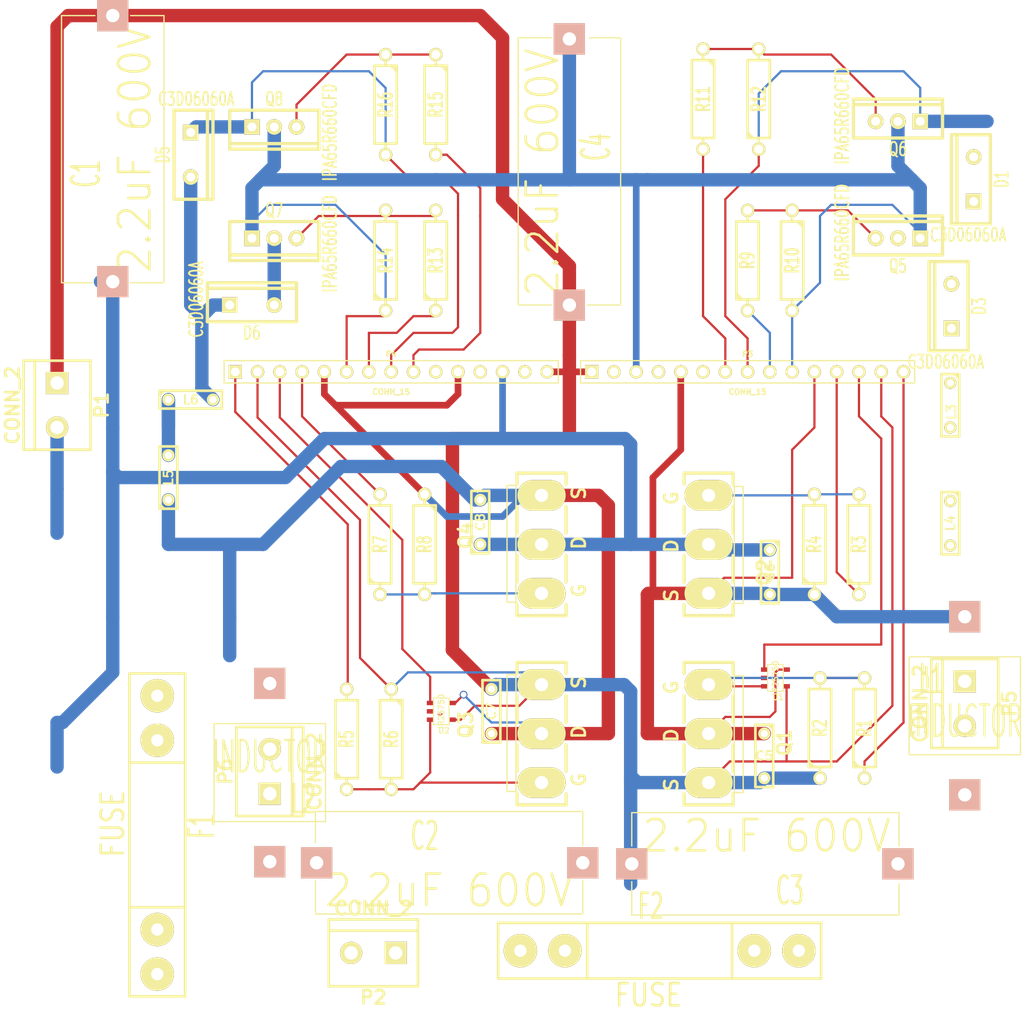
<source format=kicad_pcb>
(kicad_pcb (version 3) (host pcbnew "(2013-07-07 BZR 4022)-stable")

  (general
    (links 102)
    (no_connects 25)
    (area 103.4796 75.003378 232.5624 195.6054)
    (thickness 1.6)
    (drawings 0)
    (tracks 294)
    (zones 0)
    (modules 52)
    (nets 36)
  )

  (page A3)
  (layers
    (15 F.Cu signal)
    (0 B.Cu signal)
    (16 B.Adhes user)
    (17 F.Adhes user)
    (18 B.Paste user)
    (19 F.Paste user)
    (20 B.SilkS user)
    (21 F.SilkS user)
    (22 B.Mask user)
    (23 F.Mask user hide)
    (24 Dwgs.User user)
    (25 Cmts.User user)
    (26 Eco1.User user)
    (27 Eco2.User user)
    (28 Edge.Cuts user)
  )

  (setup
    (last_trace_width 0.254)
    (trace_clearance 0.254)
    (zone_clearance 0.508)
    (zone_45_only no)
    (trace_min 0.254)
    (segment_width 0.2)
    (edge_width 0.15)
    (via_size 0.889)
    (via_drill 0.635)
    (via_min_size 0.381)
    (via_min_drill 0.254)
    (uvia_size 0.508)
    (uvia_drill 0.127)
    (uvias_allowed no)
    (uvia_min_size 0.508)
    (uvia_min_drill 0.127)
    (pcb_text_width 0.3)
    (pcb_text_size 1.5 1.5)
    (mod_edge_width 0.15)
    (mod_text_size 1.5 1.5)
    (mod_text_width 0.15)
    (pad_size 1.778 1.778)
    (pad_drill 1.016)
    (pad_to_mask_clearance 0.2)
    (aux_axis_origin 0 0)
    (visible_elements 7FFFFFFF)
    (pcbplotparams
      (layerselection 3178497)
      (usegerberextensions true)
      (excludeedgelayer true)
      (linewidth 0.100000)
      (plotframeref false)
      (viasonmask false)
      (mode 1)
      (useauxorigin false)
      (hpglpennumber 1)
      (hpglpenspeed 20)
      (hpglpendiameter 15)
      (hpglpenoverlay 2)
      (psnegative false)
      (psa4output false)
      (plotreference true)
      (plotvalue true)
      (plotothertext true)
      (plotinvisibletext false)
      (padsonsilk false)
      (subtractmaskfromsilk false)
      (outputformat 1)
      (mirror false)
      (drillshape 1)
      (scaleselection 1)
      (outputdirectory ""))
  )

  (net 0 "")
  (net 1 /B1)
  (net 2 /B2)
  (net 3 /CS1L)
  (net 4 /CS2L)
  (net 5 /GSO1H)
  (net 6 /GSO1L)
  (net 7 /GSO2H)
  (net 8 /GSO2L)
  (net 9 /GSW1H)
  (net 10 /GSW1L)
  (net 11 /GSW2H)
  (net 12 /GSW2L)
  (net 13 /SSO1H)
  (net 14 /SSO2H)
  (net 15 GND)
  (net 16 N-0000024)
  (net 17 N-0000025)
  (net 18 N-0000026)
  (net 19 N-0000027)
  (net 20 N-0000030)
  (net 21 N-0000031)
  (net 22 N-0000032)
  (net 23 N-0000033)
  (net 24 N-0000034)
  (net 25 N-0000035)
  (net 26 N-0000037)
  (net 27 N-000004)
  (net 28 N-0000040)
  (net 29 N-0000041)
  (net 30 N-0000042)
  (net 31 N-0000043)
  (net 32 N-0000044)
  (net 33 N-000005)
  (net 34 VCC200)
  (net 35 VCC400)

  (net_class Default "This is the default net class."
    (clearance 0.254)
    (trace_width 0.254)
    (via_dia 0.889)
    (via_drill 0.635)
    (uvia_dia 0.508)
    (uvia_drill 0.127)
    (add_net "")
    (add_net /B1)
    (add_net /B2)
    (add_net /CS1L)
    (add_net /CS2L)
    (add_net /GSO1H)
    (add_net /GSO1L)
    (add_net /GSO2H)
    (add_net /GSO2L)
    (add_net /GSW1H)
    (add_net /GSW1L)
    (add_net /GSW2H)
    (add_net /GSW2L)
    (add_net N-0000024)
    (add_net N-0000025)
    (add_net N-0000026)
    (add_net N-0000027)
    (add_net N-0000033)
    (add_net N-0000034)
    (add_net N-0000035)
    (add_net N-0000037)
    (add_net N-000004)
    (add_net N-0000040)
    (add_net N-0000041)
    (add_net N-0000042)
    (add_net N-0000043)
    (add_net N-000005)
  )

  (net_class 12A ""
    (clearance 0.508)
    (trace_width 2.54)
    (via_dia 3.175)
    (via_drill 1.905)
    (uvia_dia 1.905)
    (uvia_drill 1.524)
  )

  (net_class 3A ""
    (clearance 0.381)
    (trace_width 0.762)
    (via_dia 1.143)
    (via_drill 0.889)
    (uvia_dia 0.762)
    (uvia_drill 0.508)
  )

  (net_class 6A ""
    (clearance 0.508)
    (trace_width 1.524)
    (via_dia 1.905)
    (via_drill 1.27)
    (uvia_dia 1.651)
    (uvia_drill 1.016)
    (add_net /SSO1H)
    (add_net /SSO2H)
    (add_net GND)
    (add_net N-0000030)
    (add_net N-0000031)
    (add_net N-0000032)
    (add_net N-0000044)
    (add_net VCC200)
    (add_net VCC400)
  )

  (module PIN_ARRAY_15X1 (layer F.Cu) (tedit 54DBE10E) (tstamp 54DC0100)
    (at 148.59 119.38)
    (descr "Single rangee contacts 1 x 15 pins")
    (tags CONN)
    (path /54DBDDF9)
    (fp_text reference P4 (at 0 -2.032) (layer F.SilkS)
      (effects (font (size 0.63246 0.63246) (thickness 0.15748)))
    )
    (fp_text value CONN_15 (at 0 2.286) (layer F.SilkS)
      (effects (font (size 0.63246 0.63246) (thickness 0.15748)))
    )
    (fp_line (start -19.05 -1.27) (end 19.05 -1.27) (layer F.SilkS) (width 0.14986))
    (fp_line (start 19.05 -1.27) (end 19.05 1.27) (layer F.SilkS) (width 0.15))
    (fp_line (start -19.05 1.27) (end 19.05 1.27) (layer F.SilkS) (width 0.14986))
    (fp_line (start -19.05 1.27) (end -19.05 -1.27) (layer F.SilkS) (width 0.14986))
    (pad 1 thru_hole rect (at -17.78 0) (size 1.524 1.524) (drill 1.016)
      (layers *.Cu *.Mask F.SilkS)
      (net 12 /GSW2L)
    )
    (pad 2 thru_hole circle (at -15.24 0) (size 1.524 1.524) (drill 1.016)
      (layers *.Cu *.Mask F.SilkS)
      (net 15 GND)
    )
    (pad 4 thru_hole circle (at -10.16 0) (size 1.524 1.524) (drill 1.016)
      (layers *.Cu *.Mask F.SilkS)
      (net 11 /GSW2H)
    )
    (pad 6 thru_hole circle (at -5.08 0) (size 1.524 1.524) (drill 1.016)
      (layers *.Cu *.Mask F.SilkS)
      (net 34 VCC200)
    )
    (pad 8 thru_hole circle (at 0 0) (size 1.524 1.524) (drill 1.016)
      (layers *.Cu *.Mask F.SilkS)
      (net 14 /SSO2H)
    )
    (pad 10 thru_hole circle (at 5.08 0) (size 1.524 1.524) (drill 1.016)
      (layers *.Cu *.Mask F.SilkS)
    )
    (pad 12 thru_hole circle (at 10.16 0) (size 1.524 1.524) (drill 1.016)
      (layers *.Cu *.Mask F.SilkS)
    )
    (pad 3 thru_hole circle (at -12.7 0) (size 1.524 1.524) (drill 1.016)
      (layers *.Cu *.Mask F.SilkS)
      (net 4 /CS2L)
    )
    (pad 5 thru_hole circle (at -7.62 0) (size 1.524 1.524) (drill 1.016)
      (layers *.Cu *.Mask F.SilkS)
      (net 2 /B2)
    )
    (pad 7 thru_hole circle (at -2.54 0) (size 1.524 1.524) (drill 1.016)
      (layers *.Cu *.Mask F.SilkS)
      (net 8 /GSO2L)
    )
    (pad 9 thru_hole circle (at 2.54 0) (size 1.524 1.524) (drill 1.016)
      (layers *.Cu *.Mask F.SilkS)
      (net 7 /GSO2H)
    )
    (pad 13 thru_hole circle (at 12.7 0) (size 1.524 1.524) (drill 1.016)
      (layers *.Cu *.Mask F.SilkS)
      (net 35 VCC400)
    )
    (pad 14 thru_hole circle (at 15.24 0) (size 1.524 1.524) (drill 1.016)
      (layers *.Cu *.Mask F.SilkS)
    )
    (pad 11 thru_hole circle (at 7.62 0) (size 1.524 1.524) (drill 1.016)
      (layers *.Cu *.Mask F.SilkS)
      (net 2 /B2)
    )
    (pad 15 thru_hole circle (at 17.78 0) (size 1.524 1.524) (drill 1.016)
      (layers *.Cu *.Mask F.SilkS)
      (net 15 GND)
    )
  )

  (module PIN_ARRAY_15X1 (layer F.Cu) (tedit 54DBE0C4) (tstamp 54DC00E9)
    (at 189.23 119.38)
    (descr "Single rangee contacts 1 x 15 pins")
    (tags CONN)
    (path /54DBDDD9)
    (fp_text reference P3 (at 0 -2.032) (layer F.SilkS)
      (effects (font (size 0.63246 0.63246) (thickness 0.15748)))
    )
    (fp_text value CONN_15 (at 0 2.286) (layer F.SilkS)
      (effects (font (size 0.63246 0.63246) (thickness 0.15748)))
    )
    (fp_line (start -19.05 -1.27) (end 19.05 -1.27) (layer F.SilkS) (width 0.14986))
    (fp_line (start 19.05 -1.27) (end 19.05 1.27) (layer F.SilkS) (width 0.15))
    (fp_line (start -19.05 1.27) (end 19.05 1.27) (layer F.SilkS) (width 0.14986))
    (fp_line (start -19.05 1.27) (end -19.05 -1.27) (layer F.SilkS) (width 0.14986))
    (pad 1 thru_hole rect (at -17.78 0) (size 1.524 1.524) (drill 1.016)
      (layers *.Cu *.Mask F.SilkS)
      (net 15 GND)
    )
    (pad 2 thru_hole circle (at -15.24 0) (size 1.524 1.524) (drill 1.016)
      (layers *.Cu *.Mask F.SilkS)
    )
    (pad 4 thru_hole circle (at -10.16 0) (size 1.524 1.524) (drill 1.016)
      (layers *.Cu *.Mask F.SilkS)
    )
    (pad 6 thru_hole circle (at -5.08 0) (size 1.524 1.524) (drill 1.016)
      (layers *.Cu *.Mask F.SilkS)
    )
    (pad 8 thru_hole circle (at 0 0) (size 1.524 1.524) (drill 1.016)
      (layers *.Cu *.Mask F.SilkS)
      (net 13 /SSO1H)
    )
    (pad 10 thru_hole circle (at 5.08 0) (size 1.524 1.524) (drill 1.016)
      (layers *.Cu *.Mask F.SilkS)
      (net 34 VCC200)
    )
    (pad 12 thru_hole circle (at 10.16 0) (size 1.524 1.524) (drill 1.016)
      (layers *.Cu *.Mask F.SilkS)
      (net 9 /GSW1H)
    )
    (pad 3 thru_hole circle (at -12.7 0) (size 1.524 1.524) (drill 1.016)
      (layers *.Cu *.Mask F.SilkS)
      (net 34 VCC200)
    )
    (pad 5 thru_hole circle (at -7.62 0) (size 1.524 1.524) (drill 1.016)
      (layers *.Cu *.Mask F.SilkS)
    )
    (pad 7 thru_hole circle (at -2.54 0) (size 1.524 1.524) (drill 1.016)
      (layers *.Cu *.Mask F.SilkS)
      (net 5 /GSO1H)
    )
    (pad 9 thru_hole circle (at 2.54 0) (size 1.524 1.524) (drill 1.016)
      (layers *.Cu *.Mask F.SilkS)
      (net 6 /GSO1L)
    )
    (pad 13 thru_hole circle (at 12.7 0) (size 1.524 1.524) (drill 1.016)
      (layers *.Cu *.Mask F.SilkS)
      (net 3 /CS1L)
    )
    (pad 14 thru_hole circle (at 15.24 0) (size 1.524 1.524) (drill 1.016)
      (layers *.Cu *.Mask F.SilkS)
      (net 15 GND)
    )
    (pad 11 thru_hole circle (at 7.62 0) (size 1.524 1.524) (drill 1.016)
      (layers *.Cu *.Mask F.SilkS)
      (net 1 /B1)
    )
    (pad 15 thru_hole circle (at 17.78 0) (size 1.524 1.524) (drill 1.016)
      (layers *.Cu *.Mask F.SilkS)
      (net 10 /GSW1L)
    )
  )

  (module TO-247_Vertical_FET-GDS_largePads (layer F.Cu) (tedit 542B9534) (tstamp 542B95C1)
    (at 165.735 160.655 90)
    (descr "TO-247 TO-218 TOP-3 FET 1=Gate 2=Drain 3=Source Vertical, large Pads")
    (tags "Transistor FET TO-247 TO-218 TOP-3 Vertical")
    (path /542B0A37)
    (fp_text reference Q3 (at 1.016 -8.636 90) (layer F.SilkS)
      (effects (font (size 1.524 1.524) (thickness 0.3048)))
    )
    (fp_text value SPW47N60C3 (at -1.016 8.128 90) (layer F.SilkS) hide
      (effects (font (size 1.524 1.524) (thickness 0.3048)))
    )
    (fp_line (start -6.604 -2.794) (end -6.604 -3.937) (layer F.SilkS) (width 0.15))
    (fp_line (start -6.604 -3.937) (end 6.731 -3.937) (layer F.SilkS) (width 0.15))
    (fp_line (start 6.731 -3.937) (end 6.731 -2.921) (layer F.SilkS) (width 0.15))
    (fp_line (start 6.731 -2.921) (end -6.731 -2.921) (layer F.SilkS) (width 0.15))
    (fp_line (start 6.858 2.794) (end 8.128 2.794) (layer F.SilkS) (width 0.381))
    (fp_line (start 1.27 2.794) (end 4.318 2.794) (layer F.SilkS) (width 0.381))
    (fp_line (start -4.318 2.794) (end -1.27 2.794) (layer F.SilkS) (width 0.381))
    (fp_line (start -6.858 2.794) (end -8.128 2.794) (layer F.SilkS) (width 0.381))
    (fp_line (start 6.858 -2.794) (end 8.128 -2.794) (layer F.SilkS) (width 0.381))
    (fp_line (start 1.27 -2.794) (end 4.318 -2.794) (layer F.SilkS) (width 0.381))
    (fp_line (start -4.318 -2.794) (end -1.27 -2.794) (layer F.SilkS) (width 0.381))
    (fp_line (start -6.858 -2.794) (end -8.128 -2.794) (layer F.SilkS) (width 0.381))
    (fp_text user S (at 5.842 4.2545 90) (layer F.SilkS)
      (effects (font (size 1.50114 1.50114) (thickness 0.29972)))
    )
    (fp_text user D (at 0.1905 4.2545 90) (layer F.SilkS)
      (effects (font (size 1.50114 1.50114) (thickness 0.29972)))
    )
    (fp_text user G (at -5.2705 4.2545 90) (layer F.SilkS)
      (effects (font (size 1.50114 1.50114) (thickness 0.29972)))
    )
    (fp_line (start 8.128 2.794) (end 8.128 -2.794) (layer F.SilkS) (width 0.381))
    (fp_line (start -8.128 -2.794) (end -8.128 2.794) (layer F.SilkS) (width 0.381))
    (pad 1 thru_hole oval (at 0 0 180) (size 5.50164 3.50012) (drill 1.50114)
      (layers *.Cu *.Mask F.SilkS)
      (net 2 /B2)
    )
    (pad 2 thru_hole oval (at -5.588 0 180) (size 5.50164 3.50012) (drill 1.50114)
      (layers *.Cu *.Mask F.SilkS)
      (net 26 N-0000037)
    )
    (pad 3 thru_hole oval (at 5.588 0 180) (size 5.50164 3.50012) (drill 1.50114)
      (layers *.Cu *.Mask F.SilkS)
      (net 15 GND)
    )
    (model discret/to247ac_vert.wrl
      (at (xyz 0 0 0))
      (scale (xyz 4 4 4))
      (rotate (xyz 0 0 0))
    )
    (model to-xxx-packages/to247V.wrl
      (at (xyz 0 0 0))
      (scale (xyz 1 1 1))
      (rotate (xyz 0 0 0))
    )
  )

  (module TO-247_Vertical_FET-GDS_largePads (layer F.Cu) (tedit 542B9534) (tstamp 542B95D9)
    (at 165.735 139.065 90)
    (descr "TO-247 TO-218 TOP-3 FET 1=Gate 2=Drain 3=Source Vertical, large Pads")
    (tags "Transistor FET TO-247 TO-218 TOP-3 Vertical")
    (path /542B0A31)
    (fp_text reference Q4 (at 1.016 -8.636 90) (layer F.SilkS)
      (effects (font (size 1.524 1.524) (thickness 0.3048)))
    )
    (fp_text value SPW47N60C3 (at -1.016 8.128 90) (layer F.SilkS) hide
      (effects (font (size 1.524 1.524) (thickness 0.3048)))
    )
    (fp_line (start -6.604 -2.794) (end -6.604 -3.937) (layer F.SilkS) (width 0.15))
    (fp_line (start -6.604 -3.937) (end 6.731 -3.937) (layer F.SilkS) (width 0.15))
    (fp_line (start 6.731 -3.937) (end 6.731 -2.921) (layer F.SilkS) (width 0.15))
    (fp_line (start 6.731 -2.921) (end -6.731 -2.921) (layer F.SilkS) (width 0.15))
    (fp_line (start 6.858 2.794) (end 8.128 2.794) (layer F.SilkS) (width 0.381))
    (fp_line (start 1.27 2.794) (end 4.318 2.794) (layer F.SilkS) (width 0.381))
    (fp_line (start -4.318 2.794) (end -1.27 2.794) (layer F.SilkS) (width 0.381))
    (fp_line (start -6.858 2.794) (end -8.128 2.794) (layer F.SilkS) (width 0.381))
    (fp_line (start 6.858 -2.794) (end 8.128 -2.794) (layer F.SilkS) (width 0.381))
    (fp_line (start 1.27 -2.794) (end 4.318 -2.794) (layer F.SilkS) (width 0.381))
    (fp_line (start -4.318 -2.794) (end -1.27 -2.794) (layer F.SilkS) (width 0.381))
    (fp_line (start -6.858 -2.794) (end -8.128 -2.794) (layer F.SilkS) (width 0.381))
    (fp_text user S (at 5.842 4.2545 90) (layer F.SilkS)
      (effects (font (size 1.50114 1.50114) (thickness 0.29972)))
    )
    (fp_text user D (at 0.1905 4.2545 90) (layer F.SilkS)
      (effects (font (size 1.50114 1.50114) (thickness 0.29972)))
    )
    (fp_text user G (at -5.2705 4.2545 90) (layer F.SilkS)
      (effects (font (size 1.50114 1.50114) (thickness 0.29972)))
    )
    (fp_line (start 8.128 2.794) (end 8.128 -2.794) (layer F.SilkS) (width 0.381))
    (fp_line (start -8.128 -2.794) (end -8.128 2.794) (layer F.SilkS) (width 0.381))
    (pad 1 thru_hole oval (at 0 0 180) (size 5.50164 3.50012) (drill 1.50114)
      (layers *.Cu *.Mask F.SilkS)
      (net 35 VCC400)
    )
    (pad 2 thru_hole oval (at -5.588 0 180) (size 5.50164 3.50012) (drill 1.50114)
      (layers *.Cu *.Mask F.SilkS)
      (net 31 N-0000043)
    )
    (pad 3 thru_hole oval (at 5.588 0 180) (size 5.50164 3.50012) (drill 1.50114)
      (layers *.Cu *.Mask F.SilkS)
      (net 2 /B2)
    )
    (model discret/to247ac_vert.wrl
      (at (xyz 0 0 0))
      (scale (xyz 4 4 4))
      (rotate (xyz 0 0 0))
    )
    (model to-xxx-packages/to247V.wrl
      (at (xyz 0 0 0))
      (scale (xyz 1 1 1))
      (rotate (xyz 0 0 0))
    )
  )

  (module TO-247_Vertical_FET-GDS_largePads (layer F.Cu) (tedit 542B9534) (tstamp 542B95F1)
    (at 184.785 160.655 270)
    (descr "TO-247 TO-218 TOP-3 FET 1=Gate 2=Drain 3=Source Vertical, large Pads")
    (tags "Transistor FET TO-247 TO-218 TOP-3 Vertical")
    (path /542B0A2B)
    (fp_text reference Q1 (at 1.016 -8.636 270) (layer F.SilkS)
      (effects (font (size 1.524 1.524) (thickness 0.3048)))
    )
    (fp_text value SPW47N60C3 (at -1.016 8.128 270) (layer F.SilkS) hide
      (effects (font (size 1.524 1.524) (thickness 0.3048)))
    )
    (fp_line (start -6.604 -2.794) (end -6.604 -3.937) (layer F.SilkS) (width 0.15))
    (fp_line (start -6.604 -3.937) (end 6.731 -3.937) (layer F.SilkS) (width 0.15))
    (fp_line (start 6.731 -3.937) (end 6.731 -2.921) (layer F.SilkS) (width 0.15))
    (fp_line (start 6.731 -2.921) (end -6.731 -2.921) (layer F.SilkS) (width 0.15))
    (fp_line (start 6.858 2.794) (end 8.128 2.794) (layer F.SilkS) (width 0.381))
    (fp_line (start 1.27 2.794) (end 4.318 2.794) (layer F.SilkS) (width 0.381))
    (fp_line (start -4.318 2.794) (end -1.27 2.794) (layer F.SilkS) (width 0.381))
    (fp_line (start -6.858 2.794) (end -8.128 2.794) (layer F.SilkS) (width 0.381))
    (fp_line (start 6.858 -2.794) (end 8.128 -2.794) (layer F.SilkS) (width 0.381))
    (fp_line (start 1.27 -2.794) (end 4.318 -2.794) (layer F.SilkS) (width 0.381))
    (fp_line (start -4.318 -2.794) (end -1.27 -2.794) (layer F.SilkS) (width 0.381))
    (fp_line (start -6.858 -2.794) (end -8.128 -2.794) (layer F.SilkS) (width 0.381))
    (fp_text user S (at 5.842 4.2545 270) (layer F.SilkS)
      (effects (font (size 1.50114 1.50114) (thickness 0.29972)))
    )
    (fp_text user D (at 0.1905 4.2545 270) (layer F.SilkS)
      (effects (font (size 1.50114 1.50114) (thickness 0.29972)))
    )
    (fp_text user G (at -5.2705 4.2545 270) (layer F.SilkS)
      (effects (font (size 1.50114 1.50114) (thickness 0.29972)))
    )
    (fp_line (start 8.128 2.794) (end 8.128 -2.794) (layer F.SilkS) (width 0.381))
    (fp_line (start -8.128 -2.794) (end -8.128 2.794) (layer F.SilkS) (width 0.381))
    (pad 1 thru_hole oval (at 0 0) (size 5.50164 3.50012) (drill 1.50114)
      (layers *.Cu *.Mask F.SilkS)
      (net 1 /B1)
    )
    (pad 2 thru_hole oval (at -5.588 0) (size 5.50164 3.50012) (drill 1.50114)
      (layers *.Cu *.Mask F.SilkS)
      (net 19 N-0000027)
    )
    (pad 3 thru_hole oval (at 5.588 0) (size 5.50164 3.50012) (drill 1.50114)
      (layers *.Cu *.Mask F.SilkS)
      (net 15 GND)
    )
    (model discret/to247ac_vert.wrl
      (at (xyz 0 0 0))
      (scale (xyz 4 4 4))
      (rotate (xyz 0 0 0))
    )
    (model to-xxx-packages/to247V.wrl
      (at (xyz 0 0 0))
      (scale (xyz 1 1 1))
      (rotate (xyz 0 0 0))
    )
  )

  (module TO-247_Vertical_FET-GDS_largePads (layer F.Cu) (tedit 54D54C4D) (tstamp 542B9609)
    (at 184.785 139.065 270)
    (descr "TO-247 TO-218 TOP-3 FET 1=Gate 2=Drain 3=Source Vertical, large Pads")
    (tags "Transistor FET TO-247 TO-218 TOP-3 Vertical")
    (path /542B0A18)
    (fp_text reference Q2 (at 3.175 -6.35 270) (layer F.SilkS)
      (effects (font (size 1.524 1.524) (thickness 0.3048)))
    )
    (fp_text value SPW47N60C3 (at -1.016 8.128 270) (layer F.SilkS) hide
      (effects (font (size 1.524 1.524) (thickness 0.3048)))
    )
    (fp_line (start -6.604 -2.794) (end -6.604 -3.937) (layer F.SilkS) (width 0.15))
    (fp_line (start -6.604 -3.937) (end 6.731 -3.937) (layer F.SilkS) (width 0.15))
    (fp_line (start 6.731 -3.937) (end 6.731 -2.921) (layer F.SilkS) (width 0.15))
    (fp_line (start 6.731 -2.921) (end -6.731 -2.921) (layer F.SilkS) (width 0.15))
    (fp_line (start 6.858 2.794) (end 8.128 2.794) (layer F.SilkS) (width 0.381))
    (fp_line (start 1.27 2.794) (end 4.318 2.794) (layer F.SilkS) (width 0.381))
    (fp_line (start -4.318 2.794) (end -1.27 2.794) (layer F.SilkS) (width 0.381))
    (fp_line (start -6.858 2.794) (end -8.128 2.794) (layer F.SilkS) (width 0.381))
    (fp_line (start 6.858 -2.794) (end 8.128 -2.794) (layer F.SilkS) (width 0.381))
    (fp_line (start 1.27 -2.794) (end 4.318 -2.794) (layer F.SilkS) (width 0.381))
    (fp_line (start -4.318 -2.794) (end -1.27 -2.794) (layer F.SilkS) (width 0.381))
    (fp_line (start -6.858 -2.794) (end -8.128 -2.794) (layer F.SilkS) (width 0.381))
    (fp_text user S (at 5.842 4.2545 270) (layer F.SilkS)
      (effects (font (size 1.50114 1.50114) (thickness 0.29972)))
    )
    (fp_text user D (at 0.1905 4.2545 270) (layer F.SilkS)
      (effects (font (size 1.50114 1.50114) (thickness 0.29972)))
    )
    (fp_text user G (at -5.2705 4.2545 270) (layer F.SilkS)
      (effects (font (size 1.50114 1.50114) (thickness 0.29972)))
    )
    (fp_line (start 8.128 2.794) (end 8.128 -2.794) (layer F.SilkS) (width 0.381))
    (fp_line (start -8.128 -2.794) (end -8.128 2.794) (layer F.SilkS) (width 0.381))
    (pad 1 thru_hole oval (at 0 0) (size 5.50164 3.50012) (drill 1.50114)
      (layers *.Cu *.Mask F.SilkS)
      (net 35 VCC400)
    )
    (pad 2 thru_hole oval (at -5.588 0) (size 5.50164 3.50012) (drill 1.50114)
      (layers *.Cu *.Mask F.SilkS)
      (net 28 N-0000040)
    )
    (pad 3 thru_hole oval (at 5.588 0) (size 5.50164 3.50012) (drill 1.50114)
      (layers *.Cu *.Mask F.SilkS)
      (net 1 /B1)
    )
    (model discret/to247ac_vert.wrl
      (at (xyz 0 0 0))
      (scale (xyz 4 4 4))
      (rotate (xyz 0 0 0))
    )
    (model to-xxx-packages/to247V.wrl
      (at (xyz 0 0 0))
      (scale (xyz 1 1 1))
      (rotate (xyz 0 0 0))
    )
  )

  (module R4-5 (layer F.Cu) (tedit 416E8E97) (tstamp 542B9616)
    (at 202.565 160.02 90)
    (path /54D5026D)
    (fp_text reference R1 (at 0 0 90) (layer F.SilkS)
      (effects (font (size 1.524 1.016) (thickness 0.3048)))
    )
    (fp_text value 1 (at 0 0 90) (layer F.SilkS) hide
      (effects (font (size 1.524 1.016) (thickness 0.3048)))
    )
    (fp_line (start -4.445 -1.27) (end -4.445 1.27) (layer F.SilkS) (width 0.3048))
    (fp_line (start -4.445 1.27) (end 4.445 1.27) (layer F.SilkS) (width 0.3048))
    (fp_line (start 4.445 1.27) (end 4.445 -1.27) (layer F.SilkS) (width 0.3048))
    (fp_line (start 4.445 -1.27) (end -4.445 -1.27) (layer F.SilkS) (width 0.3048))
    (fp_line (start -4.445 -0.635) (end -3.81 -1.27) (layer F.SilkS) (width 0.3048))
    (fp_line (start -4.445 0) (end -5.715 0) (layer F.SilkS) (width 0.3048))
    (fp_line (start 4.445 0) (end 5.715 0) (layer F.SilkS) (width 0.3048))
    (pad 1 thru_hole circle (at -5.715 0 90) (size 1.524 1.524) (drill 1.016)
      (layers *.Cu *.Mask F.SilkS)
      (net 10 /GSW1L)
    )
    (pad 2 thru_hole circle (at 5.715 0 90) (size 1.524 1.524) (drill 1.016)
      (layers *.Cu *.Mask F.SilkS)
      (net 19 N-0000027)
    )
    (model discret/resistor.wrl
      (at (xyz 0 0 0))
      (scale (xyz 0.45 0.45 0.45))
      (rotate (xyz 0 0 0))
    )
  )

  (module R4-5 (layer F.Cu) (tedit 542D8C9E) (tstamp 542B9623)
    (at 197.485 160.02 90)
    (path /54D50364)
    (fp_text reference R2 (at 0 0 90) (layer F.SilkS)
      (effects (font (size 1.524 1.016) (thickness 0.3048)))
    )
    (fp_text value 1k (at 0 0 90) (layer F.SilkS) hide
      (effects (font (size 1.524 1.016) (thickness 0.3048)))
    )
    (fp_line (start -4.445 -1.27) (end -4.445 1.27) (layer F.SilkS) (width 0.3048))
    (fp_line (start -4.445 1.27) (end 4.445 1.27) (layer F.SilkS) (width 0.3048))
    (fp_line (start 4.445 1.27) (end 4.445 -1.27) (layer F.SilkS) (width 0.3048))
    (fp_line (start 4.445 -1.27) (end -4.445 -1.27) (layer F.SilkS) (width 0.3048))
    (fp_line (start -4.445 -0.635) (end -3.81 -1.27) (layer F.SilkS) (width 0.3048))
    (fp_line (start -4.445 0) (end -5.715 0) (layer F.SilkS) (width 0.3048))
    (fp_line (start 4.445 0) (end 5.715 0) (layer F.SilkS) (width 0.3048))
    (pad 1 thru_hole circle (at -5.715 0 90) (size 1.524 1.524) (drill 1.016)
      (layers *.Cu *.Mask F.SilkS)
    )
    (pad 2 thru_hole circle (at 5.715 0 90) (size 1.524 1.524) (drill 1.016)
      (layers *.Cu *.Mask F.SilkS)
    )
    (model discret/resistor.wrl
      (at (xyz 0 0 0))
      (scale (xyz 0.45 0.45 0.45))
      (rotate (xyz 0 0 0))
    )
  )

  (module R4-5 (layer F.Cu) (tedit 416E8E97) (tstamp 542B9630)
    (at 196.85 139.065 90)
    (path /54D5009D)
    (fp_text reference R4 (at 0 0 90) (layer F.SilkS)
      (effects (font (size 1.524 1.016) (thickness 0.3048)))
    )
    (fp_text value 1k (at 0 0 90) (layer F.SilkS) hide
      (effects (font (size 1.524 1.016) (thickness 0.3048)))
    )
    (fp_line (start -4.445 -1.27) (end -4.445 1.27) (layer F.SilkS) (width 0.3048))
    (fp_line (start -4.445 1.27) (end 4.445 1.27) (layer F.SilkS) (width 0.3048))
    (fp_line (start 4.445 1.27) (end 4.445 -1.27) (layer F.SilkS) (width 0.3048))
    (fp_line (start 4.445 -1.27) (end -4.445 -1.27) (layer F.SilkS) (width 0.3048))
    (fp_line (start -4.445 -0.635) (end -3.81 -1.27) (layer F.SilkS) (width 0.3048))
    (fp_line (start -4.445 0) (end -5.715 0) (layer F.SilkS) (width 0.3048))
    (fp_line (start 4.445 0) (end 5.715 0) (layer F.SilkS) (width 0.3048))
    (pad 1 thru_hole circle (at -5.715 0 90) (size 1.524 1.524) (drill 1.016)
      (layers *.Cu *.Mask F.SilkS)
      (net 1 /B1)
    )
    (pad 2 thru_hole circle (at 5.715 0 90) (size 1.524 1.524) (drill 1.016)
      (layers *.Cu *.Mask F.SilkS)
      (net 28 N-0000040)
    )
    (model discret/resistor.wrl
      (at (xyz 0 0 0))
      (scale (xyz 0.45 0.45 0.45))
      (rotate (xyz 0 0 0))
    )
  )

  (module R4-5 (layer F.Cu) (tedit 54D651A9) (tstamp 542B963D)
    (at 201.93 139.065 90)
    (path /542878B7)
    (fp_text reference R3 (at 0 0 90) (layer F.SilkS)
      (effects (font (size 1.524 1.016) (thickness 0.3048)))
    )
    (fp_text value 1 (at 0 0 90) (layer F.SilkS) hide
      (effects (font (size 1.524 1.016) (thickness 0.3048)))
    )
    (fp_line (start -4.445 -1.27) (end -4.445 1.27) (layer F.SilkS) (width 0.3048))
    (fp_line (start -4.445 1.27) (end 4.445 1.27) (layer F.SilkS) (width 0.3048))
    (fp_line (start 4.445 1.27) (end 4.445 -1.27) (layer F.SilkS) (width 0.3048))
    (fp_line (start 4.445 -1.27) (end -4.445 -1.27) (layer F.SilkS) (width 0.3048))
    (fp_line (start -4.445 -0.635) (end -3.81 -1.27) (layer F.SilkS) (width 0.3048))
    (fp_line (start -4.445 0) (end -5.715 0) (layer F.SilkS) (width 0.3048))
    (fp_line (start 4.445 0) (end 5.715 0) (layer F.SilkS) (width 0.3048))
    (pad 1 thru_hole circle (at -5.715 0 90) (size 1.524 1.524) (drill 1.016)
      (layers *.Cu *.Mask F.SilkS)
      (net 9 /GSW1H)
    )
    (pad 2 thru_hole circle (at 5.715 0 90) (size 1.524 1.524) (drill 1.016)
      (layers *.Cu *.Mask F.SilkS)
      (net 28 N-0000040)
    )
    (model discret/resistor.wrl
      (at (xyz 0 0 0))
      (scale (xyz 0.45 0.45 0.45))
      (rotate (xyz 0 0 0))
    )
  )

  (module R4-5 (layer F.Cu) (tedit 54D4FFE5) (tstamp 542B964A)
    (at 143.51 161.29 90)
    (path /54D5087F)
    (fp_text reference R5 (at 0 0 90) (layer F.SilkS)
      (effects (font (size 1.524 1.016) (thickness 0.3048)))
    )
    (fp_text value 1 (at 0 0 180) (layer F.SilkS) hide
      (effects (font (size 1.524 1.016) (thickness 0.3048)))
    )
    (fp_line (start -4.445 -1.27) (end -4.445 1.27) (layer F.SilkS) (width 0.3048))
    (fp_line (start -4.445 1.27) (end 4.445 1.27) (layer F.SilkS) (width 0.3048))
    (fp_line (start 4.445 1.27) (end 4.445 -1.27) (layer F.SilkS) (width 0.3048))
    (fp_line (start 4.445 -1.27) (end -4.445 -1.27) (layer F.SilkS) (width 0.3048))
    (fp_line (start -4.445 -0.635) (end -3.81 -1.27) (layer F.SilkS) (width 0.3048))
    (fp_line (start -4.445 0) (end -5.715 0) (layer F.SilkS) (width 0.3048))
    (fp_line (start 4.445 0) (end 5.715 0) (layer F.SilkS) (width 0.3048))
    (pad 1 thru_hole circle (at -5.715 0 90) (size 1.524 1.524) (drill 1.016)
      (layers *.Cu *.Mask F.SilkS)
      (net 26 N-0000037)
    )
    (pad 2 thru_hole circle (at 5.715 0 90) (size 1.524 1.524) (drill 1.016)
      (layers *.Cu *.Mask F.SilkS)
      (net 12 /GSW2L)
    )
    (model discret/resistor.wrl
      (at (xyz 0 0 0))
      (scale (xyz 0.45 0.45 0.45))
      (rotate (xyz 0 0 0))
    )
  )

  (module R4-5 (layer F.Cu) (tedit 416E8E97) (tstamp 542B9657)
    (at 148.59 161.29 270)
    (path /54D50879)
    (fp_text reference R6 (at 0 0 270) (layer F.SilkS)
      (effects (font (size 1.524 1.016) (thickness 0.3048)))
    )
    (fp_text value 1k (at 0 0 270) (layer F.SilkS) hide
      (effects (font (size 1.524 1.016) (thickness 0.3048)))
    )
    (fp_line (start -4.445 -1.27) (end -4.445 1.27) (layer F.SilkS) (width 0.3048))
    (fp_line (start -4.445 1.27) (end 4.445 1.27) (layer F.SilkS) (width 0.3048))
    (fp_line (start 4.445 1.27) (end 4.445 -1.27) (layer F.SilkS) (width 0.3048))
    (fp_line (start 4.445 -1.27) (end -4.445 -1.27) (layer F.SilkS) (width 0.3048))
    (fp_line (start -4.445 -0.635) (end -3.81 -1.27) (layer F.SilkS) (width 0.3048))
    (fp_line (start -4.445 0) (end -5.715 0) (layer F.SilkS) (width 0.3048))
    (fp_line (start 4.445 0) (end 5.715 0) (layer F.SilkS) (width 0.3048))
    (pad 1 thru_hole circle (at -5.715 0 270) (size 1.524 1.524) (drill 1.016)
      (layers *.Cu *.Mask F.SilkS)
      (net 15 GND)
    )
    (pad 2 thru_hole circle (at 5.715 0 270) (size 1.524 1.524) (drill 1.016)
      (layers *.Cu *.Mask F.SilkS)
      (net 26 N-0000037)
    )
    (model discret/resistor.wrl
      (at (xyz 0 0 0))
      (scale (xyz 0.45 0.45 0.45))
      (rotate (xyz 0 0 0))
    )
  )

  (module C-12 (layer F.Cu) (tedit 542C7986) (tstamp 542B9707)
    (at 155.194 175.387)
    (descr "Condensateur Film")
    (tags CF)
    (path /54287DF0)
    (fp_text reference C2 (at -2.794 -3.048) (layer F.SilkS)
      (effects (font (size 3.16738 1.6256) (thickness 0.3048)))
    )
    (fp_text value "2.2uF 600V" (at 0 3.175) (layer F.SilkS)
      (effects (font (size 3.57632 3.29692) (thickness 0.3048)))
    )
    (fp_line (start 15.24 2.032) (end 15.24 5.842) (layer F.SilkS) (width 0.15))
    (fp_line (start 15.24 5.842) (end -15.24 5.842) (layer F.SilkS) (width 0.15))
    (fp_line (start -15.24 5.842) (end -15.24 2.032) (layer F.SilkS) (width 0.15))
    (fp_line (start -15.24 -5.842) (end 15.24 -5.842) (layer F.SilkS) (width 0.15))
    (fp_line (start 15.24 -5.842) (end 15.24 -2.032) (layer F.SilkS) (width 0.15))
    (fp_line (start -15.24 -2.286) (end -15.24 -5.842) (layer F.SilkS) (width 0.15))
    (pad 1 thru_hole rect (at -15.113 0) (size 3.556 3.556) (drill 1.524)
      (layers *.Cu *.SilkS *.Mask)
      (net 18 N-0000026)
    )
    (pad 2 thru_hole rect (at 15.24 0) (size 3.556 3.556) (drill 1.524)
      (layers *.Cu *.SilkS *.Mask)
      (net 15 GND)
    )
    (model discret/c_pol.wrl
      (at (xyz 0 0 0))
      (scale (xyz 2 2 2))
      (rotate (xyz 0 0 0))
    )
  )

  (module C-12 (layer F.Cu) (tedit 54EA66CA) (tstamp 542B9713)
    (at 191.262 175.514 180)
    (descr "Condensateur Film")
    (tags CF)
    (path /54287DE1)
    (fp_text reference C3 (at -2.794 -3.048 180) (layer F.SilkS)
      (effects (font (size 3.16738 1.6256) (thickness 0.3048)))
    )
    (fp_text value "2.2uF 600V" (at -0.127 3.175 180) (layer F.SilkS)
      (effects (font (size 3.57632 3.29692) (thickness 0.3048)))
    )
    (fp_line (start 15.24 2.032) (end 15.24 5.842) (layer F.SilkS) (width 0.15))
    (fp_line (start 15.24 5.842) (end -15.24 5.842) (layer F.SilkS) (width 0.15))
    (fp_line (start -15.24 5.842) (end -15.24 2.032) (layer F.SilkS) (width 0.15))
    (fp_line (start -15.24 -5.842) (end 15.24 -5.842) (layer F.SilkS) (width 0.15))
    (fp_line (start 15.24 -5.842) (end 15.24 -2.032) (layer F.SilkS) (width 0.15))
    (fp_line (start -15.24 -2.286) (end -15.24 -5.842) (layer F.SilkS) (width 0.15))
    (pad 1 thru_hole rect (at -15.113 0 180) (size 3.556 3.556) (drill 1.524)
      (layers *.Cu *.SilkS *.Mask)
      (net 25 N-0000035)
    )
    (pad 2 thru_hole rect (at 15.24 0 180) (size 3.556 3.556) (drill 1.524)
      (layers *.Cu *.SilkS *.Mask)
      (net 15 GND)
    )
    (model discret/c_pol.wrl
      (at (xyz 0 0 0))
      (scale (xyz 2 2 2))
      (rotate (xyz 0 0 0))
    )
  )

  (module C-12 (layer F.Cu) (tedit 54D46C40) (tstamp 542C31AF)
    (at 116.84 93.98 90)
    (descr "Condensateur Film")
    (tags CF)
    (path /54287E0C)
    (fp_text reference C1 (at -2.794 -3.048 90) (layer F.SilkS)
      (effects (font (size 3.16738 1.6256) (thickness 0.3048)))
    )
    (fp_text value "2.2uF 600V" (at 0 2.54 90) (layer F.SilkS)
      (effects (font (size 3.57632 3.29692) (thickness 0.3048)))
    )
    (fp_line (start 15.24 2.032) (end 15.24 5.842) (layer F.SilkS) (width 0.15))
    (fp_line (start 15.24 5.842) (end -15.24 5.842) (layer F.SilkS) (width 0.15))
    (fp_line (start -15.24 5.842) (end -15.24 2.032) (layer F.SilkS) (width 0.15))
    (fp_line (start -15.24 -5.842) (end 15.24 -5.842) (layer F.SilkS) (width 0.15))
    (fp_line (start 15.24 -5.842) (end 15.24 -2.032) (layer F.SilkS) (width 0.15))
    (fp_line (start -15.24 -2.286) (end -15.24 -5.842) (layer F.SilkS) (width 0.15))
    (pad 1 thru_hole rect (at -15.113 0 90) (size 3.556 3.556) (drill 1.524)
      (layers *.Cu *.SilkS *.Mask)
      (net 35 VCC400)
    )
    (pad 2 thru_hole rect (at 15.24 0 90) (size 3.556 3.556) (drill 1.524)
      (layers *.Cu *.SilkS *.Mask)
      (net 15 GND)
    )
    (model discret/c_pol.wrl
      (at (xyz 0 0 0))
      (scale (xyz 2 2 2))
      (rotate (xyz 0 0 0))
    )
  )

  (module C2 (layer F.Cu) (tedit 54D65116) (tstamp 54D461F3)
    (at 191.135 163.195 270)
    (descr "Condensateur = 2 pas")
    (tags C)
    (path /54B1D8FB)
    (fp_text reference C5 (at 0 0 360) (layer F.SilkS)
      (effects (font (size 1.016 1.016) (thickness 0.2032)))
    )
    (fp_text value 1nF (at 0 0 360) (layer F.SilkS) hide
      (effects (font (size 1.016 1.016) (thickness 0.2032)))
    )
    (fp_line (start -3.556 -1.016) (end 3.556 -1.016) (layer F.SilkS) (width 0.3048))
    (fp_line (start 3.556 -1.016) (end 3.556 1.016) (layer F.SilkS) (width 0.3048))
    (fp_line (start 3.556 1.016) (end -3.556 1.016) (layer F.SilkS) (width 0.3048))
    (fp_line (start -3.556 1.016) (end -3.556 -1.016) (layer F.SilkS) (width 0.3048))
    (fp_line (start -3.556 -0.508) (end -3.048 -1.016) (layer F.SilkS) (width 0.3048))
    (pad 1 thru_hole circle (at -2.54 0 270) (size 1.397 1.397) (drill 0.8128)
      (layers *.Cu *.Mask F.SilkS)
      (net 1 /B1)
    )
    (pad 2 thru_hole circle (at 2.54 0 270) (size 1.397 1.397) (drill 0.8128)
      (layers *.Cu *.Mask F.SilkS)
      (net 15 GND)
    )
    (model discret/capa_2pas_5x5mm.wrl
      (at (xyz 0 0 0))
      (scale (xyz 1 1 1))
      (rotate (xyz 0 0 0))
    )
  )

  (module C2 (layer F.Cu) (tedit 200000) (tstamp 54D461FE)
    (at 123.19 131.445 90)
    (descr "Condensateur = 2 pas")
    (tags C)
    (path /54B1DBE9)
    (fp_text reference L5 (at 0 0 90) (layer F.SilkS)
      (effects (font (size 1.016 1.016) (thickness 0.2032)))
    )
    (fp_text value 1uH (at 0 0 90) (layer F.SilkS) hide
      (effects (font (size 1.016 1.016) (thickness 0.2032)))
    )
    (fp_line (start -3.556 -1.016) (end 3.556 -1.016) (layer F.SilkS) (width 0.3048))
    (fp_line (start 3.556 -1.016) (end 3.556 1.016) (layer F.SilkS) (width 0.3048))
    (fp_line (start 3.556 1.016) (end -3.556 1.016) (layer F.SilkS) (width 0.3048))
    (fp_line (start -3.556 1.016) (end -3.556 -1.016) (layer F.SilkS) (width 0.3048))
    (fp_line (start -3.556 -0.508) (end -3.048 -1.016) (layer F.SilkS) (width 0.3048))
    (pad 1 thru_hole circle (at -2.54 0 90) (size 1.397 1.397) (drill 0.8128)
      (layers *.Cu *.Mask F.SilkS)
      (net 2 /B2)
    )
    (pad 2 thru_hole circle (at 2.54 0 90) (size 1.397 1.397) (drill 0.8128)
      (layers *.Cu *.Mask F.SilkS)
      (net 23 N-0000033)
    )
    (model discret/capa_2pas_5x5mm.wrl
      (at (xyz 0 0 0))
      (scale (xyz 1 1 1))
      (rotate (xyz 0 0 0))
    )
  )

  (module C2 (layer F.Cu) (tedit 200000) (tstamp 54D46209)
    (at 212.344 136.652 270)
    (descr "Condensateur = 2 pas")
    (tags C)
    (path /54B1DBDA)
    (fp_text reference L4 (at 0 0 270) (layer F.SilkS)
      (effects (font (size 1.016 1.016) (thickness 0.2032)))
    )
    (fp_text value 1uH (at 0 0 270) (layer F.SilkS) hide
      (effects (font (size 1.016 1.016) (thickness 0.2032)))
    )
    (fp_line (start -3.556 -1.016) (end 3.556 -1.016) (layer F.SilkS) (width 0.3048))
    (fp_line (start 3.556 -1.016) (end 3.556 1.016) (layer F.SilkS) (width 0.3048))
    (fp_line (start 3.556 1.016) (end -3.556 1.016) (layer F.SilkS) (width 0.3048))
    (fp_line (start -3.556 1.016) (end -3.556 -1.016) (layer F.SilkS) (width 0.3048))
    (fp_line (start -3.556 -0.508) (end -3.048 -1.016) (layer F.SilkS) (width 0.3048))
    (pad 1 thru_hole circle (at -2.54 0 270) (size 1.397 1.397) (drill 0.8128)
      (layers *.Cu *.Mask F.SilkS)
      (net 24 N-0000034)
    )
    (pad 2 thru_hole circle (at 2.54 0 270) (size 1.397 1.397) (drill 0.8128)
      (layers *.Cu *.Mask F.SilkS)
      (net 1 /B1)
    )
    (model discret/capa_2pas_5x5mm.wrl
      (at (xyz 0 0 0))
      (scale (xyz 1 1 1))
      (rotate (xyz 0 0 0))
    )
  )

  (module C2 (layer F.Cu) (tedit 200000) (tstamp 54D46214)
    (at 158.75 136.525 90)
    (descr "Condensateur = 2 pas")
    (tags C)
    (path /54B1D90A)
    (fp_text reference C8 (at 0 0 90) (layer F.SilkS)
      (effects (font (size 1.016 1.016) (thickness 0.2032)))
    )
    (fp_text value 1nF (at 0 0 90) (layer F.SilkS) hide
      (effects (font (size 1.016 1.016) (thickness 0.2032)))
    )
    (fp_line (start -3.556 -1.016) (end 3.556 -1.016) (layer F.SilkS) (width 0.3048))
    (fp_line (start 3.556 -1.016) (end 3.556 1.016) (layer F.SilkS) (width 0.3048))
    (fp_line (start 3.556 1.016) (end -3.556 1.016) (layer F.SilkS) (width 0.3048))
    (fp_line (start -3.556 1.016) (end -3.556 -1.016) (layer F.SilkS) (width 0.3048))
    (fp_line (start -3.556 -0.508) (end -3.048 -1.016) (layer F.SilkS) (width 0.3048))
    (pad 1 thru_hole circle (at -2.54 0 90) (size 1.397 1.397) (drill 0.8128)
      (layers *.Cu *.Mask F.SilkS)
      (net 35 VCC400)
    )
    (pad 2 thru_hole circle (at 2.54 0 90) (size 1.397 1.397) (drill 0.8128)
      (layers *.Cu *.Mask F.SilkS)
      (net 2 /B2)
    )
    (model discret/capa_2pas_5x5mm.wrl
      (at (xyz 0 0 0))
      (scale (xyz 1 1 1))
      (rotate (xyz 0 0 0))
    )
  )

  (module C2 (layer F.Cu) (tedit 200000) (tstamp 54D4621F)
    (at 160.02 158.115 90)
    (descr "Condensateur = 2 pas")
    (tags C)
    (path /54B1D919)
    (fp_text reference C7 (at 0 0 90) (layer F.SilkS)
      (effects (font (size 1.016 1.016) (thickness 0.2032)))
    )
    (fp_text value 1nF (at 0 0 90) (layer F.SilkS) hide
      (effects (font (size 1.016 1.016) (thickness 0.2032)))
    )
    (fp_line (start -3.556 -1.016) (end 3.556 -1.016) (layer F.SilkS) (width 0.3048))
    (fp_line (start 3.556 -1.016) (end 3.556 1.016) (layer F.SilkS) (width 0.3048))
    (fp_line (start 3.556 1.016) (end -3.556 1.016) (layer F.SilkS) (width 0.3048))
    (fp_line (start -3.556 1.016) (end -3.556 -1.016) (layer F.SilkS) (width 0.3048))
    (fp_line (start -3.556 -0.508) (end -3.048 -1.016) (layer F.SilkS) (width 0.3048))
    (pad 1 thru_hole circle (at -2.54 0 90) (size 1.397 1.397) (drill 0.8128)
      (layers *.Cu *.Mask F.SilkS)
      (net 2 /B2)
    )
    (pad 2 thru_hole circle (at 2.54 0 90) (size 1.397 1.397) (drill 0.8128)
      (layers *.Cu *.Mask F.SilkS)
      (net 15 GND)
    )
    (model discret/capa_2pas_5x5mm.wrl
      (at (xyz 0 0 0))
      (scale (xyz 1 1 1))
      (rotate (xyz 0 0 0))
    )
  )

  (module C2 (layer F.Cu) (tedit 200000) (tstamp 54D4622A)
    (at 191.77 142.24 270)
    (descr "Condensateur = 2 pas")
    (tags C)
    (path /54B1D8EC)
    (fp_text reference C6 (at 0 0 270) (layer F.SilkS)
      (effects (font (size 1.016 1.016) (thickness 0.2032)))
    )
    (fp_text value 1nF (at 0 0 270) (layer F.SilkS) hide
      (effects (font (size 1.016 1.016) (thickness 0.2032)))
    )
    (fp_line (start -3.556 -1.016) (end 3.556 -1.016) (layer F.SilkS) (width 0.3048))
    (fp_line (start 3.556 -1.016) (end 3.556 1.016) (layer F.SilkS) (width 0.3048))
    (fp_line (start 3.556 1.016) (end -3.556 1.016) (layer F.SilkS) (width 0.3048))
    (fp_line (start -3.556 1.016) (end -3.556 -1.016) (layer F.SilkS) (width 0.3048))
    (fp_line (start -3.556 -0.508) (end -3.048 -1.016) (layer F.SilkS) (width 0.3048))
    (pad 1 thru_hole circle (at -2.54 0 270) (size 1.397 1.397) (drill 0.8128)
      (layers *.Cu *.Mask F.SilkS)
      (net 35 VCC400)
    )
    (pad 2 thru_hole circle (at 2.54 0 270) (size 1.397 1.397) (drill 0.8128)
      (layers *.Cu *.Mask F.SilkS)
      (net 1 /B1)
    )
    (model discret/capa_2pas_5x5mm.wrl
      (at (xyz 0 0 0))
      (scale (xyz 1 1 1))
      (rotate (xyz 0 0 0))
    )
  )

  (module C-12 (layer F.Cu) (tedit 542A4A2C) (tstamp 54D46236)
    (at 168.91 96.52 270)
    (descr "Condensateur Film")
    (tags CF)
    (path /54C28D8B)
    (fp_text reference C4 (at -2.794 -3.048 270) (layer F.SilkS)
      (effects (font (size 3.16738 1.6256) (thickness 0.3048)))
    )
    (fp_text value "2.2uF 600V" (at 0.127 3.048 270) (layer F.SilkS)
      (effects (font (size 3.57632 3.29692) (thickness 0.3048)))
    )
    (fp_line (start 15.24 2.032) (end 15.24 5.842) (layer F.SilkS) (width 0.15))
    (fp_line (start 15.24 5.842) (end -15.24 5.842) (layer F.SilkS) (width 0.15))
    (fp_line (start -15.24 5.842) (end -15.24 2.032) (layer F.SilkS) (width 0.15))
    (fp_line (start -15.24 -5.842) (end 15.24 -5.842) (layer F.SilkS) (width 0.15))
    (fp_line (start 15.24 -5.842) (end 15.24 -2.032) (layer F.SilkS) (width 0.15))
    (fp_line (start -15.24 -2.286) (end -15.24 -5.842) (layer F.SilkS) (width 0.15))
    (pad 1 thru_hole rect (at -15.113 0 270) (size 3.556 3.556) (drill 1.524)
      (layers *.Cu *.SilkS *.Mask)
      (net 34 VCC200)
    )
    (pad 2 thru_hole rect (at 15.24 0 270) (size 3.556 3.556) (drill 1.524)
      (layers *.Cu *.SilkS *.Mask)
      (net 15 GND)
    )
    (model discret/c_pol.wrl
      (at (xyz 0 0 0))
      (scale (xyz 2 2 2))
      (rotate (xyz 0 0 0))
    )
  )

  (module TO220_VERT_GDS (layer F.Cu) (tedit 54D467AD) (tstamp 54D4C53B)
    (at 206.375 90.805 90)
    (descr "MOSFET Transistor")
    (tags "TR TO220")
    (path /54B1DC56)
    (fp_text reference Q6 (at -3.175 0 180) (layer F.SilkS)
      (effects (font (size 1.524 1.016) (thickness 0.2032)))
    )
    (fp_text value IPA65R660CFD (at 0.635 -6.35 90) (layer F.SilkS)
      (effects (font (size 1.524 1.016) (thickness 0.2032)))
    )
    (fp_line (start 1.905 -5.08) (end 2.54 -5.08) (layer F.SilkS) (width 0.381))
    (fp_line (start 2.54 -5.08) (end 2.54 5.08) (layer F.SilkS) (width 0.381))
    (fp_line (start 2.54 5.08) (end 1.905 5.08) (layer F.SilkS) (width 0.381))
    (fp_line (start -1.905 -5.08) (end 1.905 -5.08) (layer F.SilkS) (width 0.381))
    (fp_line (start 1.905 -5.08) (end 1.905 5.08) (layer F.SilkS) (width 0.381))
    (fp_line (start 1.905 5.08) (end -1.905 5.08) (layer F.SilkS) (width 0.381))
    (fp_line (start -1.905 5.08) (end -1.905 -5.08) (layer F.SilkS) (width 0.381))
    (pad G thru_hole circle (at 0 -2.54 90) (size 1.778 1.778) (drill 1.016)
      (layers *.Cu *.Mask F.SilkS)
      (net 27 N-000004)
    )
    (pad D thru_hole circle (at 0 0 90) (size 1.778 1.778) (drill 1.016)
      (layers *.Cu *.Mask F.SilkS)
      (net 34 VCC200)
    )
    (pad S thru_hole rect (at 0 2.54 90) (size 1.778 1.778) (drill 1.016)
      (layers *.Cu *.Mask F.SilkS)
      (net 13 /SSO1H)
    )
  )

  (module TO220_VERT_GDS (layer F.Cu) (tedit 54D467AD) (tstamp 54D4C549)
    (at 206.375 104.14 90)
    (descr "MOSFET Transistor")
    (tags "TR TO220")
    (path /54B1DC65)
    (fp_text reference Q5 (at -3.175 0 180) (layer F.SilkS)
      (effects (font (size 1.524 1.016) (thickness 0.2032)))
    )
    (fp_text value IPA65R660CFD (at 0.635 -6.35 90) (layer F.SilkS)
      (effects (font (size 1.524 1.016) (thickness 0.2032)))
    )
    (fp_line (start 1.905 -5.08) (end 2.54 -5.08) (layer F.SilkS) (width 0.381))
    (fp_line (start 2.54 -5.08) (end 2.54 5.08) (layer F.SilkS) (width 0.381))
    (fp_line (start 2.54 5.08) (end 1.905 5.08) (layer F.SilkS) (width 0.381))
    (fp_line (start -1.905 -5.08) (end 1.905 -5.08) (layer F.SilkS) (width 0.381))
    (fp_line (start 1.905 -5.08) (end 1.905 5.08) (layer F.SilkS) (width 0.381))
    (fp_line (start 1.905 5.08) (end -1.905 5.08) (layer F.SilkS) (width 0.381))
    (fp_line (start -1.905 5.08) (end -1.905 -5.08) (layer F.SilkS) (width 0.381))
    (pad G thru_hole circle (at 0 -2.54 90) (size 1.778 1.778) (drill 1.016)
      (layers *.Cu *.Mask F.SilkS)
      (net 33 N-000005)
    )
    (pad D thru_hole circle (at 0 0 90) (size 1.778 1.778) (drill 1.016)
      (layers *.Cu *.Mask F.SilkS)
      (net 20 N-0000030)
    )
    (pad S thru_hole rect (at 0 2.54 90) (size 1.778 1.778) (drill 1.016)
      (layers *.Cu *.Mask F.SilkS)
      (net 34 VCC200)
    )
  )

  (module TO220_VERT_GDS (layer F.Cu) (tedit 54D467AD) (tstamp 54D4C557)
    (at 135.255 91.44 270)
    (descr "MOSFET Transistor")
    (tags "TR TO220")
    (path /54B1DC72)
    (fp_text reference Q8 (at -3.175 0 360) (layer F.SilkS)
      (effects (font (size 1.524 1.016) (thickness 0.2032)))
    )
    (fp_text value IPA65R660CFD (at 0.635 -6.35 270) (layer F.SilkS)
      (effects (font (size 1.524 1.016) (thickness 0.2032)))
    )
    (fp_line (start 1.905 -5.08) (end 2.54 -5.08) (layer F.SilkS) (width 0.381))
    (fp_line (start 2.54 -5.08) (end 2.54 5.08) (layer F.SilkS) (width 0.381))
    (fp_line (start 2.54 5.08) (end 1.905 5.08) (layer F.SilkS) (width 0.381))
    (fp_line (start -1.905 -5.08) (end 1.905 -5.08) (layer F.SilkS) (width 0.381))
    (fp_line (start 1.905 -5.08) (end 1.905 5.08) (layer F.SilkS) (width 0.381))
    (fp_line (start 1.905 5.08) (end -1.905 5.08) (layer F.SilkS) (width 0.381))
    (fp_line (start -1.905 5.08) (end -1.905 -5.08) (layer F.SilkS) (width 0.381))
    (pad G thru_hole circle (at 0 -2.54 270) (size 1.778 1.778) (drill 1.016)
      (layers *.Cu *.Mask F.SilkS)
      (net 30 N-0000042)
    )
    (pad D thru_hole circle (at 0 0 270) (size 1.778 1.778) (drill 1.016)
      (layers *.Cu *.Mask F.SilkS)
      (net 34 VCC200)
    )
    (pad S thru_hole rect (at 0 2.54 270) (size 1.778 1.778) (drill 1.016)
      (layers *.Cu *.Mask F.SilkS)
      (net 14 /SSO2H)
    )
  )

  (module TO220_VERT_GDS (layer F.Cu) (tedit 54D467AD) (tstamp 54D4C565)
    (at 135.255 104.14 270)
    (descr "MOSFET Transistor")
    (tags "TR TO220")
    (path /54B1DC78)
    (fp_text reference Q7 (at -3.175 0 360) (layer F.SilkS)
      (effects (font (size 1.524 1.016) (thickness 0.2032)))
    )
    (fp_text value IPA65R660CFD (at 0.635 -6.35 270) (layer F.SilkS)
      (effects (font (size 1.524 1.016) (thickness 0.2032)))
    )
    (fp_line (start 1.905 -5.08) (end 2.54 -5.08) (layer F.SilkS) (width 0.381))
    (fp_line (start 2.54 -5.08) (end 2.54 5.08) (layer F.SilkS) (width 0.381))
    (fp_line (start 2.54 5.08) (end 1.905 5.08) (layer F.SilkS) (width 0.381))
    (fp_line (start -1.905 -5.08) (end 1.905 -5.08) (layer F.SilkS) (width 0.381))
    (fp_line (start 1.905 -5.08) (end 1.905 5.08) (layer F.SilkS) (width 0.381))
    (fp_line (start 1.905 5.08) (end -1.905 5.08) (layer F.SilkS) (width 0.381))
    (fp_line (start -1.905 5.08) (end -1.905 -5.08) (layer F.SilkS) (width 0.381))
    (pad G thru_hole circle (at 0 -2.54 270) (size 1.778 1.778) (drill 1.016)
      (layers *.Cu *.Mask F.SilkS)
      (net 29 N-0000041)
    )
    (pad D thru_hole circle (at 0 0 270) (size 1.778 1.778) (drill 1.016)
      (layers *.Cu *.Mask F.SilkS)
      (net 32 N-0000044)
    )
    (pad S thru_hole rect (at 0 2.54 270) (size 1.778 1.778) (drill 1.016)
      (layers *.Cu *.Mask F.SilkS)
      (net 34 VCC200)
    )
  )

  (module R4-5 (layer F.Cu) (tedit 416E8E97) (tstamp 54D5353E)
    (at 147.32 139.065 90)
    (path /54D50B35)
    (fp_text reference R7 (at 0 0 90) (layer F.SilkS)
      (effects (font (size 1.524 1.016) (thickness 0.3048)))
    )
    (fp_text value 1 (at 0 0 90) (layer F.SilkS) hide
      (effects (font (size 1.524 1.016) (thickness 0.3048)))
    )
    (fp_line (start -4.445 -1.27) (end -4.445 1.27) (layer F.SilkS) (width 0.3048))
    (fp_line (start -4.445 1.27) (end 4.445 1.27) (layer F.SilkS) (width 0.3048))
    (fp_line (start 4.445 1.27) (end 4.445 -1.27) (layer F.SilkS) (width 0.3048))
    (fp_line (start 4.445 -1.27) (end -4.445 -1.27) (layer F.SilkS) (width 0.3048))
    (fp_line (start -4.445 -0.635) (end -3.81 -1.27) (layer F.SilkS) (width 0.3048))
    (fp_line (start -4.445 0) (end -5.715 0) (layer F.SilkS) (width 0.3048))
    (fp_line (start 4.445 0) (end 5.715 0) (layer F.SilkS) (width 0.3048))
    (pad 1 thru_hole circle (at -5.715 0 90) (size 1.524 1.524) (drill 1.016)
      (layers *.Cu *.Mask F.SilkS)
      (net 31 N-0000043)
    )
    (pad 2 thru_hole circle (at 5.715 0 90) (size 1.524 1.524) (drill 1.016)
      (layers *.Cu *.Mask F.SilkS)
      (net 11 /GSW2H)
    )
    (model discret/resistor.wrl
      (at (xyz 0 0 0))
      (scale (xyz 0.45 0.45 0.45))
      (rotate (xyz 0 0 0))
    )
  )

  (module R4-5 (layer F.Cu) (tedit 416E8E97) (tstamp 54D5354B)
    (at 152.4 139.065 270)
    (path /54D50B3B)
    (fp_text reference R8 (at 0 0 270) (layer F.SilkS)
      (effects (font (size 1.524 1.016) (thickness 0.3048)))
    )
    (fp_text value 1k (at 0 0 270) (layer F.SilkS) hide
      (effects (font (size 1.524 1.016) (thickness 0.3048)))
    )
    (fp_line (start -4.445 -1.27) (end -4.445 1.27) (layer F.SilkS) (width 0.3048))
    (fp_line (start -4.445 1.27) (end 4.445 1.27) (layer F.SilkS) (width 0.3048))
    (fp_line (start 4.445 1.27) (end 4.445 -1.27) (layer F.SilkS) (width 0.3048))
    (fp_line (start 4.445 -1.27) (end -4.445 -1.27) (layer F.SilkS) (width 0.3048))
    (fp_line (start -4.445 -0.635) (end -3.81 -1.27) (layer F.SilkS) (width 0.3048))
    (fp_line (start -4.445 0) (end -5.715 0) (layer F.SilkS) (width 0.3048))
    (fp_line (start 4.445 0) (end 5.715 0) (layer F.SilkS) (width 0.3048))
    (pad 1 thru_hole circle (at -5.715 0 270) (size 1.524 1.524) (drill 1.016)
      (layers *.Cu *.Mask F.SilkS)
      (net 2 /B2)
    )
    (pad 2 thru_hole circle (at 5.715 0 270) (size 1.524 1.524) (drill 1.016)
      (layers *.Cu *.Mask F.SilkS)
      (net 31 N-0000043)
    )
    (model discret/resistor.wrl
      (at (xyz 0 0 0))
      (scale (xyz 0.45 0.45 0.45))
      (rotate (xyz 0 0 0))
    )
  )

  (module R4-5 (layer F.Cu) (tedit 416E8E97) (tstamp 54D53558)
    (at 153.67 88.9 270)
    (path /54D50CA0)
    (fp_text reference R15 (at 0 0 270) (layer F.SilkS)
      (effects (font (size 1.524 1.016) (thickness 0.3048)))
    )
    (fp_text value 1 (at 0 0 270) (layer F.SilkS) hide
      (effects (font (size 1.524 1.016) (thickness 0.3048)))
    )
    (fp_line (start -4.445 -1.27) (end -4.445 1.27) (layer F.SilkS) (width 0.3048))
    (fp_line (start -4.445 1.27) (end 4.445 1.27) (layer F.SilkS) (width 0.3048))
    (fp_line (start 4.445 1.27) (end 4.445 -1.27) (layer F.SilkS) (width 0.3048))
    (fp_line (start 4.445 -1.27) (end -4.445 -1.27) (layer F.SilkS) (width 0.3048))
    (fp_line (start -4.445 -0.635) (end -3.81 -1.27) (layer F.SilkS) (width 0.3048))
    (fp_line (start -4.445 0) (end -5.715 0) (layer F.SilkS) (width 0.3048))
    (fp_line (start 4.445 0) (end 5.715 0) (layer F.SilkS) (width 0.3048))
    (pad 1 thru_hole circle (at -5.715 0 270) (size 1.524 1.524) (drill 1.016)
      (layers *.Cu *.Mask F.SilkS)
      (net 30 N-0000042)
    )
    (pad 2 thru_hole circle (at 5.715 0 270) (size 1.524 1.524) (drill 1.016)
      (layers *.Cu *.Mask F.SilkS)
      (net 7 /GSO2H)
    )
    (model discret/resistor.wrl
      (at (xyz 0 0 0))
      (scale (xyz 0.45 0.45 0.45))
      (rotate (xyz 0 0 0))
    )
  )

  (module R4-5 (layer F.Cu) (tedit 416E8E97) (tstamp 54D53565)
    (at 147.955 88.9 270)
    (path /54D50CA6)
    (fp_text reference R16 (at 0 0 270) (layer F.SilkS)
      (effects (font (size 1.524 1.016) (thickness 0.3048)))
    )
    (fp_text value 1k (at 0 0 270) (layer F.SilkS) hide
      (effects (font (size 1.524 1.016) (thickness 0.3048)))
    )
    (fp_line (start -4.445 -1.27) (end -4.445 1.27) (layer F.SilkS) (width 0.3048))
    (fp_line (start -4.445 1.27) (end 4.445 1.27) (layer F.SilkS) (width 0.3048))
    (fp_line (start 4.445 1.27) (end 4.445 -1.27) (layer F.SilkS) (width 0.3048))
    (fp_line (start 4.445 -1.27) (end -4.445 -1.27) (layer F.SilkS) (width 0.3048))
    (fp_line (start -4.445 -0.635) (end -3.81 -1.27) (layer F.SilkS) (width 0.3048))
    (fp_line (start -4.445 0) (end -5.715 0) (layer F.SilkS) (width 0.3048))
    (fp_line (start 4.445 0) (end 5.715 0) (layer F.SilkS) (width 0.3048))
    (pad 1 thru_hole circle (at -5.715 0 270) (size 1.524 1.524) (drill 1.016)
      (layers *.Cu *.Mask F.SilkS)
      (net 30 N-0000042)
    )
    (pad 2 thru_hole circle (at 5.715 0 270) (size 1.524 1.524) (drill 1.016)
      (layers *.Cu *.Mask F.SilkS)
      (net 14 /SSO2H)
    )
    (model discret/resistor.wrl
      (at (xyz 0 0 0))
      (scale (xyz 0.45 0.45 0.45))
      (rotate (xyz 0 0 0))
    )
  )

  (module R4-5 (layer F.Cu) (tedit 416E8E97) (tstamp 54D53572)
    (at 147.955 106.68 90)
    (path /54D50F31)
    (fp_text reference R14 (at 0 0 90) (layer F.SilkS)
      (effects (font (size 1.524 1.016) (thickness 0.3048)))
    )
    (fp_text value 1k (at 0 0 90) (layer F.SilkS) hide
      (effects (font (size 1.524 1.016) (thickness 0.3048)))
    )
    (fp_line (start -4.445 -1.27) (end -4.445 1.27) (layer F.SilkS) (width 0.3048))
    (fp_line (start -4.445 1.27) (end 4.445 1.27) (layer F.SilkS) (width 0.3048))
    (fp_line (start 4.445 1.27) (end 4.445 -1.27) (layer F.SilkS) (width 0.3048))
    (fp_line (start 4.445 -1.27) (end -4.445 -1.27) (layer F.SilkS) (width 0.3048))
    (fp_line (start -4.445 -0.635) (end -3.81 -1.27) (layer F.SilkS) (width 0.3048))
    (fp_line (start -4.445 0) (end -5.715 0) (layer F.SilkS) (width 0.3048))
    (fp_line (start 4.445 0) (end 5.715 0) (layer F.SilkS) (width 0.3048))
    (pad 1 thru_hole circle (at -5.715 0 90) (size 1.524 1.524) (drill 1.016)
      (layers *.Cu *.Mask F.SilkS)
      (net 34 VCC200)
    )
    (pad 2 thru_hole circle (at 5.715 0 90) (size 1.524 1.524) (drill 1.016)
      (layers *.Cu *.Mask F.SilkS)
      (net 29 N-0000041)
    )
    (model discret/resistor.wrl
      (at (xyz 0 0 0))
      (scale (xyz 0.45 0.45 0.45))
      (rotate (xyz 0 0 0))
    )
  )

  (module R4-5 (layer F.Cu) (tedit 54D69210) (tstamp 54D5357F)
    (at 153.67 106.68 90)
    (path /54D50EAF)
    (fp_text reference R13 (at 0 0 90) (layer F.SilkS)
      (effects (font (size 1.524 1.016) (thickness 0.3048)))
    )
    (fp_text value 1 (at 0 0 90) (layer F.SilkS) hide
      (effects (font (size 1.524 1.016) (thickness 0.3048)))
    )
    (fp_line (start -4.445 -1.27) (end -4.445 1.27) (layer F.SilkS) (width 0.3048))
    (fp_line (start -4.445 1.27) (end 4.445 1.27) (layer F.SilkS) (width 0.3048))
    (fp_line (start 4.445 1.27) (end 4.445 -1.27) (layer F.SilkS) (width 0.3048))
    (fp_line (start 4.445 -1.27) (end -4.445 -1.27) (layer F.SilkS) (width 0.3048))
    (fp_line (start -4.445 -0.635) (end -3.81 -1.27) (layer F.SilkS) (width 0.3048))
    (fp_line (start -4.445 0) (end -5.715 0) (layer F.SilkS) (width 0.3048))
    (fp_line (start 4.445 0) (end 5.715 0) (layer F.SilkS) (width 0.3048))
    (pad 1 thru_hole circle (at -5.715 0 90) (size 1.524 1.524) (drill 1.016)
      (layers *.Cu *.Mask F.SilkS)
      (net 8 /GSO2L)
    )
    (pad 2 thru_hole circle (at 5.715 0 90) (size 1.524 1.524) (drill 1.016)
      (layers *.Cu *.Mask F.SilkS)
      (net 29 N-0000041)
    )
    (model discret/resistor.wrl
      (at (xyz 0 0 0))
      (scale (xyz 0.45 0.45 0.45))
      (rotate (xyz 0 0 0))
    )
  )

  (module R4-5 (layer F.Cu) (tedit 416E8E97) (tstamp 54D5358C)
    (at 189.23 106.68 90)
    (path /54D51139)
    (fp_text reference R9 (at 0 0 90) (layer F.SilkS)
      (effects (font (size 1.524 1.016) (thickness 0.3048)))
    )
    (fp_text value 1 (at 0 0 90) (layer F.SilkS) hide
      (effects (font (size 1.524 1.016) (thickness 0.3048)))
    )
    (fp_line (start -4.445 -1.27) (end -4.445 1.27) (layer F.SilkS) (width 0.3048))
    (fp_line (start -4.445 1.27) (end 4.445 1.27) (layer F.SilkS) (width 0.3048))
    (fp_line (start 4.445 1.27) (end 4.445 -1.27) (layer F.SilkS) (width 0.3048))
    (fp_line (start 4.445 -1.27) (end -4.445 -1.27) (layer F.SilkS) (width 0.3048))
    (fp_line (start -4.445 -0.635) (end -3.81 -1.27) (layer F.SilkS) (width 0.3048))
    (fp_line (start -4.445 0) (end -5.715 0) (layer F.SilkS) (width 0.3048))
    (fp_line (start 4.445 0) (end 5.715 0) (layer F.SilkS) (width 0.3048))
    (pad 1 thru_hole circle (at -5.715 0 90) (size 1.524 1.524) (drill 1.016)
      (layers *.Cu *.Mask F.SilkS)
      (net 6 /GSO1L)
    )
    (pad 2 thru_hole circle (at 5.715 0 90) (size 1.524 1.524) (drill 1.016)
      (layers *.Cu *.Mask F.SilkS)
      (net 33 N-000005)
    )
    (model discret/resistor.wrl
      (at (xyz 0 0 0))
      (scale (xyz 0.45 0.45 0.45))
      (rotate (xyz 0 0 0))
    )
  )

  (module R4-5 (layer F.Cu) (tedit 416E8E97) (tstamp 54D53599)
    (at 194.31 106.68 270)
    (path /54D5113F)
    (fp_text reference R10 (at 0 0 270) (layer F.SilkS)
      (effects (font (size 1.524 1.016) (thickness 0.3048)))
    )
    (fp_text value 1k (at 0 0 270) (layer F.SilkS) hide
      (effects (font (size 1.524 1.016) (thickness 0.3048)))
    )
    (fp_line (start -4.445 -1.27) (end -4.445 1.27) (layer F.SilkS) (width 0.3048))
    (fp_line (start -4.445 1.27) (end 4.445 1.27) (layer F.SilkS) (width 0.3048))
    (fp_line (start 4.445 1.27) (end 4.445 -1.27) (layer F.SilkS) (width 0.3048))
    (fp_line (start 4.445 -1.27) (end -4.445 -1.27) (layer F.SilkS) (width 0.3048))
    (fp_line (start -4.445 -0.635) (end -3.81 -1.27) (layer F.SilkS) (width 0.3048))
    (fp_line (start -4.445 0) (end -5.715 0) (layer F.SilkS) (width 0.3048))
    (fp_line (start 4.445 0) (end 5.715 0) (layer F.SilkS) (width 0.3048))
    (pad 1 thru_hole circle (at -5.715 0 270) (size 1.524 1.524) (drill 1.016)
      (layers *.Cu *.Mask F.SilkS)
      (net 33 N-000005)
    )
    (pad 2 thru_hole circle (at 5.715 0 270) (size 1.524 1.524) (drill 1.016)
      (layers *.Cu *.Mask F.SilkS)
      (net 34 VCC200)
    )
    (model discret/resistor.wrl
      (at (xyz 0 0 0))
      (scale (xyz 0.45 0.45 0.45))
      (rotate (xyz 0 0 0))
    )
  )

  (module R4-5 (layer F.Cu) (tedit 54D6957A) (tstamp 54D535A6)
    (at 184.15 88.265 270)
    (path /54D512E0)
    (fp_text reference R11 (at 0 0 270) (layer F.SilkS)
      (effects (font (size 1.524 1.016) (thickness 0.3048)))
    )
    (fp_text value 1 (at 0 0 270) (layer F.SilkS) hide
      (effects (font (size 1.524 1.016) (thickness 0.3048)))
    )
    (fp_line (start -4.445 -1.27) (end -4.445 1.27) (layer F.SilkS) (width 0.3048))
    (fp_line (start -4.445 1.27) (end 4.445 1.27) (layer F.SilkS) (width 0.3048))
    (fp_line (start 4.445 1.27) (end 4.445 -1.27) (layer F.SilkS) (width 0.3048))
    (fp_line (start 4.445 -1.27) (end -4.445 -1.27) (layer F.SilkS) (width 0.3048))
    (fp_line (start -4.445 -0.635) (end -3.81 -1.27) (layer F.SilkS) (width 0.3048))
    (fp_line (start -4.445 0) (end -5.715 0) (layer F.SilkS) (width 0.3048))
    (fp_line (start 4.445 0) (end 5.715 0) (layer F.SilkS) (width 0.3048))
    (pad 1 thru_hole circle (at -5.715 0 270) (size 1.524 1.524) (drill 1.016)
      (layers *.Cu *.Mask F.SilkS)
      (net 27 N-000004)
    )
    (pad 2 thru_hole circle (at 5.715 0 270) (size 1.524 1.524) (drill 1.016)
      (layers *.Cu *.Mask F.SilkS)
      (net 5 /GSO1H)
    )
    (model discret/resistor.wrl
      (at (xyz 0 0 0))
      (scale (xyz 0.45 0.45 0.45))
      (rotate (xyz 0 0 0))
    )
  )

  (module R4-5 (layer F.Cu) (tedit 416E8E97) (tstamp 54D535B3)
    (at 190.5 88.265 90)
    (path /54D512E6)
    (fp_text reference R12 (at 0 0 90) (layer F.SilkS)
      (effects (font (size 1.524 1.016) (thickness 0.3048)))
    )
    (fp_text value 1k (at 0 0 90) (layer F.SilkS) hide
      (effects (font (size 1.524 1.016) (thickness 0.3048)))
    )
    (fp_line (start -4.445 -1.27) (end -4.445 1.27) (layer F.SilkS) (width 0.3048))
    (fp_line (start -4.445 1.27) (end 4.445 1.27) (layer F.SilkS) (width 0.3048))
    (fp_line (start 4.445 1.27) (end 4.445 -1.27) (layer F.SilkS) (width 0.3048))
    (fp_line (start 4.445 -1.27) (end -4.445 -1.27) (layer F.SilkS) (width 0.3048))
    (fp_line (start -4.445 -0.635) (end -3.81 -1.27) (layer F.SilkS) (width 0.3048))
    (fp_line (start -4.445 0) (end -5.715 0) (layer F.SilkS) (width 0.3048))
    (fp_line (start 4.445 0) (end 5.715 0) (layer F.SilkS) (width 0.3048))
    (pad 1 thru_hole circle (at -5.715 0 90) (size 1.524 1.524) (drill 1.016)
      (layers *.Cu *.Mask F.SilkS)
      (net 13 /SSO1H)
    )
    (pad 2 thru_hole circle (at 5.715 0 90) (size 1.524 1.524) (drill 1.016)
      (layers *.Cu *.Mask F.SilkS)
      (net 27 N-000004)
    )
    (model discret/resistor.wrl
      (at (xyz 0 0 0))
      (scale (xyz 0.45 0.45 0.45))
      (rotate (xyz 0 0 0))
    )
  )

  (module C2 (layer F.Cu) (tedit 54EA6A17) (tstamp 54D538B7)
    (at 212.344 123.19 270)
    (descr "Condensateur = 2 pas")
    (tags C)
    (path /54B1DBBC)
    (fp_text reference L3 (at 0.762 -0.127 270) (layer F.SilkS)
      (effects (font (size 1.016 1.016) (thickness 0.2032)))
    )
    (fp_text value Bead (at 0 0 270) (layer F.SilkS) hide
      (effects (font (size 1.016 1.016) (thickness 0.2032)))
    )
    (fp_line (start -3.556 -1.016) (end 3.556 -1.016) (layer F.SilkS) (width 0.3048))
    (fp_line (start 3.556 -1.016) (end 3.556 1.016) (layer F.SilkS) (width 0.3048))
    (fp_line (start 3.556 1.016) (end -3.556 1.016) (layer F.SilkS) (width 0.3048))
    (fp_line (start -3.556 1.016) (end -3.556 -1.016) (layer F.SilkS) (width 0.3048))
    (fp_line (start -3.556 -0.508) (end -3.048 -1.016) (layer F.SilkS) (width 0.3048))
    (pad 1 thru_hole circle (at -2.54 0 270) (size 1.397 1.397) (drill 0.8128)
      (layers *.Cu *.Mask F.SilkS)
      (net 21 N-0000031)
    )
    (pad 2 thru_hole circle (at 2.54 0 270) (size 1.397 1.397) (drill 0.8128)
      (layers *.Cu *.Mask F.SilkS)
      (net 24 N-0000034)
    )
    (model discret/capa_2pas_5x5mm.wrl
      (at (xyz 0 0 0))
      (scale (xyz 1 1 1))
      (rotate (xyz 0 0 0))
    )
  )

  (module C2 (layer F.Cu) (tedit 200000) (tstamp 54D538C2)
    (at 125.73 122.555)
    (descr "Condensateur = 2 pas")
    (tags C)
    (path /54B1DBCB)
    (fp_text reference L6 (at 0 0) (layer F.SilkS)
      (effects (font (size 1.016 1.016) (thickness 0.2032)))
    )
    (fp_text value Bead (at 0 0) (layer F.SilkS) hide
      (effects (font (size 1.016 1.016) (thickness 0.2032)))
    )
    (fp_line (start -3.556 -1.016) (end 3.556 -1.016) (layer F.SilkS) (width 0.3048))
    (fp_line (start 3.556 -1.016) (end 3.556 1.016) (layer F.SilkS) (width 0.3048))
    (fp_line (start 3.556 1.016) (end -3.556 1.016) (layer F.SilkS) (width 0.3048))
    (fp_line (start -3.556 1.016) (end -3.556 -1.016) (layer F.SilkS) (width 0.3048))
    (fp_line (start -3.556 -0.508) (end -3.048 -1.016) (layer F.SilkS) (width 0.3048))
    (pad 1 thru_hole circle (at -2.54 0) (size 1.397 1.397) (drill 0.8128)
      (layers *.Cu *.Mask F.SilkS)
      (net 23 N-0000033)
    )
    (pad 2 thru_hole circle (at 2.54 0) (size 1.397 1.397) (drill 0.8128)
      (layers *.Cu *.Mask F.SilkS)
      (net 22 N-0000032)
    )
    (model discret/capa_2pas_5x5mm.wrl
      (at (xyz 0 0 0))
      (scale (xyz 1 1 1))
      (rotate (xyz 0 0 0))
    )
  )

  (module bornier2 (layer F.Cu) (tedit 54D8F512) (tstamp 54D5497F)
    (at 146.558 185.674 180)
    (descr "Bornier d'alimentation 2 pins")
    (tags DEV)
    (path /54287DFF)
    (fp_text reference P2 (at 0 -5.08 180) (layer F.SilkS)
      (effects (font (size 1.524 1.524) (thickness 0.3048)))
    )
    (fp_text value CONN_2 (at 0 5.08 180) (layer F.SilkS)
      (effects (font (size 1.524 1.524) (thickness 0.3048)))
    )
    (fp_line (start 5.08 2.54) (end -5.08 2.54) (layer F.SilkS) (width 0.3048))
    (fp_line (start 5.08 3.81) (end 5.08 -3.81) (layer F.SilkS) (width 0.3048))
    (fp_line (start 5.08 -3.81) (end -5.08 -3.81) (layer F.SilkS) (width 0.3048))
    (fp_line (start -5.08 -3.81) (end -5.08 3.81) (layer F.SilkS) (width 0.3048))
    (fp_line (start -5.08 3.81) (end 5.08 3.81) (layer F.SilkS) (width 0.3048))
    (pad 1 thru_hole rect (at -2.54 0 180) (size 2.54 2.54) (drill 1.524)
      (layers *.Cu *.Mask F.SilkS)
      (net 16 N-0000024)
    )
    (pad 2 thru_hole circle (at 2.54 0 180) (size 2.54 2.54) (drill 1.524)
      (layers *.Cu *.Mask F.SilkS)
      (net 18 N-0000026)
    )
    (model device/bornier_2.wrl
      (at (xyz 0 0 0))
      (scale (xyz 1 1 1))
      (rotate (xyz 0 0 0))
    )
  )

  (module bornier2 (layer F.Cu) (tedit 54D8F527) (tstamp 54D5498A)
    (at 110.49 123.19 270)
    (descr "Bornier d'alimentation 2 pins")
    (tags DEV)
    (path /542D8655)
    (fp_text reference P1 (at 0 -5.08 270) (layer F.SilkS)
      (effects (font (size 1.524 1.524) (thickness 0.3048)))
    )
    (fp_text value CONN_2 (at 0 5.08 270) (layer F.SilkS)
      (effects (font (size 1.524 1.524) (thickness 0.3048)))
    )
    (fp_line (start 5.08 2.54) (end -5.08 2.54) (layer F.SilkS) (width 0.3048))
    (fp_line (start 5.08 3.81) (end 5.08 -3.81) (layer F.SilkS) (width 0.3048))
    (fp_line (start 5.08 -3.81) (end -5.08 -3.81) (layer F.SilkS) (width 0.3048))
    (fp_line (start -5.08 -3.81) (end -5.08 3.81) (layer F.SilkS) (width 0.3048))
    (fp_line (start -5.08 3.81) (end 5.08 3.81) (layer F.SilkS) (width 0.3048))
    (pad 1 thru_hole rect (at -2.54 0 270) (size 2.54 2.54) (drill 1.524)
      (layers *.Cu *.Mask F.SilkS)
      (net 15 GND)
    )
    (pad 2 thru_hole circle (at 2.54 0 270) (size 2.54 2.54) (drill 1.524)
      (layers *.Cu *.Mask F.SilkS)
      (net 17 N-0000025)
    )
    (model device/bornier_2.wrl
      (at (xyz 0 0 0))
      (scale (xyz 1 1 1))
      (rotate (xyz 0 0 0))
    )
  )

  (module L-toroid-8X4 (layer F.Cu) (tedit 54DA434D) (tstamp 54DA4C9F)
    (at 213.995 157.48 270)
    (descr "Inductor toroid")
    (tags LT)
    (path /54287DC3)
    (fp_text reference L1 (at -3.048 3.81 360) (layer F.SilkS)
      (effects (font (size 3.16738 1.6256) (thickness 0.3048)))
    )
    (fp_text value INDUCTOR (at 1.778 0 360) (layer F.SilkS)
      (effects (font (size 3.57632 1.778) (thickness 0.254)))
    )
    (fp_line (start -5.588 -6.35) (end 5.588 -6.35) (layer F.SilkS) (width 0.15))
    (fp_line (start 5.588 -6.35) (end 5.588 6.35) (layer F.SilkS) (width 0.15))
    (fp_line (start 5.588 6.35) (end -5.588 6.35) (layer F.SilkS) (width 0.15))
    (fp_line (start -5.588 6.35) (end -5.588 -6.35) (layer F.SilkS) (width 0.15))
    (pad 1 thru_hole rect (at -10.16 0 270) (size 3.556 3.556) (drill 1.524)
      (layers *.Cu *.SilkS *.Mask)
      (net 1 /B1)
    )
    (pad 2 thru_hole rect (at 10.16 0 270) (size 3.556 3.556) (drill 1.524)
      (layers *.Cu *.SilkS *.Mask)
      (net 25 N-0000035)
    )
    (model discret/c_pol.wrl
      (at (xyz 0 0 0))
      (scale (xyz 2 2 2))
      (rotate (xyz 0 0 0))
    )
  )

  (module L-toroid-8X4 (layer F.Cu) (tedit 54DA434D) (tstamp 54DA4CA9)
    (at 134.747 165.1 90)
    (descr "Inductor toroid")
    (tags LT)
    (path /54287DD2)
    (fp_text reference L2 (at -3.048 3.81 180) (layer F.SilkS)
      (effects (font (size 3.16738 1.6256) (thickness 0.3048)))
    )
    (fp_text value INDUCTOR (at 1.778 0 180) (layer F.SilkS)
      (effects (font (size 3.57632 1.778) (thickness 0.254)))
    )
    (fp_line (start -5.588 -6.35) (end 5.588 -6.35) (layer F.SilkS) (width 0.15))
    (fp_line (start 5.588 -6.35) (end 5.588 6.35) (layer F.SilkS) (width 0.15))
    (fp_line (start 5.588 6.35) (end -5.588 6.35) (layer F.SilkS) (width 0.15))
    (fp_line (start -5.588 6.35) (end -5.588 -6.35) (layer F.SilkS) (width 0.15))
    (pad 1 thru_hole rect (at -10.16 0 90) (size 3.556 3.556) (drill 1.524)
      (layers *.Cu *.SilkS *.Mask)
      (net 18 N-0000026)
    )
    (pad 2 thru_hole rect (at 10.16 0 90) (size 3.556 3.556) (drill 1.524)
      (layers *.Cu *.SilkS *.Mask)
      (net 2 /B2)
    )
    (model discret/c_pol.wrl
      (at (xyz 0 0 0))
      (scale (xyz 2 2 2))
      (rotate (xyz 0 0 0))
    )
  )

  (module bornier2 (layer F.Cu) (tedit 3EC0ED69) (tstamp 54DA4CB4)
    (at 213.995 157.226 270)
    (descr "Bornier d'alimentation 2 pins")
    (tags DEV)
    (path /54DA3E83)
    (fp_text reference P5 (at 0 -5.08 270) (layer F.SilkS)
      (effects (font (size 1.524 1.524) (thickness 0.3048)))
    )
    (fp_text value CONN_2 (at 0 5.08 270) (layer F.SilkS)
      (effects (font (size 1.524 1.524) (thickness 0.3048)))
    )
    (fp_line (start 5.08 2.54) (end -5.08 2.54) (layer F.SilkS) (width 0.3048))
    (fp_line (start 5.08 3.81) (end 5.08 -3.81) (layer F.SilkS) (width 0.3048))
    (fp_line (start 5.08 -3.81) (end -5.08 -3.81) (layer F.SilkS) (width 0.3048))
    (fp_line (start -5.08 -3.81) (end -5.08 3.81) (layer F.SilkS) (width 0.3048))
    (fp_line (start -5.08 3.81) (end 5.08 3.81) (layer F.SilkS) (width 0.3048))
    (pad 1 thru_hole rect (at -2.54 0 270) (size 2.54 2.54) (drill 1.524)
      (layers *.Cu *.Mask F.SilkS)
      (net 1 /B1)
    )
    (pad 2 thru_hole circle (at 2.54 0 270) (size 2.54 2.54) (drill 1.524)
      (layers *.Cu *.Mask F.SilkS)
      (net 25 N-0000035)
    )
    (model device/bornier_2.wrl
      (at (xyz 0 0 0))
      (scale (xyz 1 1 1))
      (rotate (xyz 0 0 0))
    )
  )

  (module bornier2 (layer F.Cu) (tedit 3EC0ED69) (tstamp 54DA4CBF)
    (at 134.747 164.973 90)
    (descr "Bornier d'alimentation 2 pins")
    (tags DEV)
    (path /54DA3E8B)
    (fp_text reference P6 (at 0 -5.08 90) (layer F.SilkS)
      (effects (font (size 1.524 1.524) (thickness 0.3048)))
    )
    (fp_text value CONN_2 (at 0 5.08 90) (layer F.SilkS)
      (effects (font (size 1.524 1.524) (thickness 0.3048)))
    )
    (fp_line (start 5.08 2.54) (end -5.08 2.54) (layer F.SilkS) (width 0.3048))
    (fp_line (start 5.08 3.81) (end 5.08 -3.81) (layer F.SilkS) (width 0.3048))
    (fp_line (start 5.08 -3.81) (end -5.08 -3.81) (layer F.SilkS) (width 0.3048))
    (fp_line (start -5.08 -3.81) (end -5.08 3.81) (layer F.SilkS) (width 0.3048))
    (fp_line (start -5.08 3.81) (end 5.08 3.81) (layer F.SilkS) (width 0.3048))
    (pad 1 thru_hole rect (at -2.54 0 90) (size 2.54 2.54) (drill 1.524)
      (layers *.Cu *.Mask F.SilkS)
      (net 18 N-0000026)
    )
    (pad 2 thru_hole circle (at 2.54 0 90) (size 2.54 2.54) (drill 1.524)
      (layers *.Cu *.Mask F.SilkS)
      (net 2 /B2)
    )
    (model device/bornier_2.wrl
      (at (xyz 0 0 0))
      (scale (xyz 1 1 1))
      (rotate (xyz 0 0 0))
    )
  )

  (module FUSE6-31 (layer F.Cu) (tedit 54DAF927) (tstamp 54DB0782)
    (at 121.92 172.212 90)
    (descr "Support fusible 5 x 20")
    (tags DEV)
    (path /54DAEFF2)
    (fp_text reference F1 (at 1.016 5.08 90) (layer F.SilkS)
      (effects (font (size 2.83464 1.59512) (thickness 0.3048)))
    )
    (fp_text value FUSE (at 1.27 -5.08 90) (layer F.SilkS)
      (effects (font (size 2.54 2.032) (thickness 0.3048)))
    )
    (fp_line (start -18.415 -3.175) (end 18.415 -3.175) (layer F.SilkS) (width 0.3048))
    (fp_line (start 18.415 -3.175) (end 18.415 3.175) (layer F.SilkS) (width 0.3048))
    (fp_line (start 18.415 3.175) (end -18.415 3.175) (layer F.SilkS) (width 0.3048))
    (fp_line (start -18.415 3.175) (end -18.415 -3.175) (layer F.SilkS) (width 0.3048))
    (fp_line (start -8.255 -3.175) (end -8.255 3.175) (layer F.SilkS) (width 0.3048))
    (fp_line (start 8.255 -3.175) (end 8.255 3.175) (layer F.SilkS) (width 0.3048))
    (pad 1 thru_hole circle (at -15.875 0 90) (size 3.81 3.81) (drill 1.397)
      (layers *.Cu *.Mask F.SilkS)
      (net 35 VCC400)
    )
    (pad 1 thru_hole circle (at -10.795 0 90) (size 3.81 3.81) (drill 1.397)
      (layers *.Cu *.Mask F.SilkS)
      (net 35 VCC400)
    )
    (pad 2 thru_hole circle (at 10.795 0 90) (size 3.81 3.81) (drill 1.397)
      (layers *.Cu *.Mask F.SilkS)
      (net 17 N-0000025)
    )
    (pad 2 thru_hole circle (at 15.875 0 90) (size 3.81 3.81) (drill 1.397)
      (layers *.Cu *.Mask F.SilkS)
      (net 17 N-0000025)
    )
  )

  (module FUSE6-31 (layer F.Cu) (tedit 54DAF927) (tstamp 54DB0790)
    (at 179.197 185.42 180)
    (descr "Support fusible 5 x 20")
    (tags DEV)
    (path /54DAFA1C)
    (fp_text reference F2 (at 1.016 5.08 180) (layer F.SilkS)
      (effects (font (size 2.83464 1.59512) (thickness 0.3048)))
    )
    (fp_text value FUSE (at 1.27 -5.08 180) (layer F.SilkS)
      (effects (font (size 2.54 2.032) (thickness 0.3048)))
    )
    (fp_line (start -18.415 -3.175) (end 18.415 -3.175) (layer F.SilkS) (width 0.3048))
    (fp_line (start 18.415 -3.175) (end 18.415 3.175) (layer F.SilkS) (width 0.3048))
    (fp_line (start 18.415 3.175) (end -18.415 3.175) (layer F.SilkS) (width 0.3048))
    (fp_line (start -18.415 3.175) (end -18.415 -3.175) (layer F.SilkS) (width 0.3048))
    (fp_line (start -8.255 -3.175) (end -8.255 3.175) (layer F.SilkS) (width 0.3048))
    (fp_line (start 8.255 -3.175) (end 8.255 3.175) (layer F.SilkS) (width 0.3048))
    (pad 1 thru_hole circle (at -15.875 0 180) (size 3.81 3.81) (drill 1.397)
      (layers *.Cu *.Mask F.SilkS)
      (net 25 N-0000035)
    )
    (pad 1 thru_hole circle (at -10.795 0 180) (size 3.81 3.81) (drill 1.397)
      (layers *.Cu *.Mask F.SilkS)
      (net 25 N-0000035)
    )
    (pad 2 thru_hole circle (at 10.795 0 180) (size 3.81 3.81) (drill 1.397)
      (layers *.Cu *.Mask F.SilkS)
      (net 16 N-0000024)
    )
    (pad 2 thru_hole circle (at 15.875 0 180) (size 3.81 3.81) (drill 1.397)
      (layers *.Cu *.Mask F.SilkS)
      (net 16 N-0000024)
    )
  )

  (module SOT23-5 (layer F.Cu) (tedit 54DBE2DF) (tstamp 54DBFF4C)
    (at 154.305 158.115 270)
    (path /54DBD726)
    (attr smd)
    (fp_text reference U2 (at 2.19964 -0.29972 360) (layer F.SilkS)
      (effects (font (size 0.635 0.635) (thickness 0.127)))
    )
    (fp_text value IR25750 (at 0 0 270) (layer F.SilkS)
      (effects (font (size 0.635 0.635) (thickness 0.127)))
    )
    (fp_line (start 1.524 -0.889) (end 1.524 0.889) (layer F.SilkS) (width 0.127))
    (fp_line (start 1.524 0.889) (end -1.524 0.889) (layer F.SilkS) (width 0.127))
    (fp_line (start -1.524 0.889) (end -1.524 -0.889) (layer F.SilkS) (width 0.127))
    (fp_line (start -1.524 -0.889) (end 1.524 -0.889) (layer F.SilkS) (width 0.127))
    (pad 1 smd rect (at -0.9525 1.27 270) (size 0.508 0.762)
      (layers F.Cu F.Paste F.Mask)
      (net 4 /CS2L)
    )
    (pad 3 smd rect (at 0.9525 1.27 270) (size 0.508 0.762)
      (layers F.Cu F.Paste F.Mask)
      (net 26 N-0000037)
    )
    (pad 5 smd rect (at -0.9525 -1.27 270) (size 0.508 0.762)
      (layers F.Cu F.Paste F.Mask)
      (net 2 /B2)
    )
    (pad 2 smd rect (at 0 1.27 270) (size 0.508 0.762)
      (layers F.Cu F.Paste F.Mask)
    )
    (pad 4 smd rect (at 0.9525 -1.27 270) (size 0.508 0.762)
      (layers F.Cu F.Paste F.Mask)
      (net 15 GND)
    )
    (model smd/SOT23_5.wrl
      (at (xyz 0 0 0))
      (scale (xyz 0.1 0.1 0.1))
      (rotate (xyz 0 0 0))
    )
  )

  (module SOT23-5 (layer F.Cu) (tedit 4ECF78EF) (tstamp 54DC4EE3)
    (at 192.405 154.305 270)
    (path /54DBCFD6)
    (attr smd)
    (fp_text reference U1 (at 2.19964 -0.29972 360) (layer F.SilkS)
      (effects (font (size 0.635 0.635) (thickness 0.127)))
    )
    (fp_text value IR25750 (at 0 0 270) (layer F.SilkS)
      (effects (font (size 0.635 0.635) (thickness 0.127)))
    )
    (fp_line (start 1.524 -0.889) (end 1.524 0.889) (layer F.SilkS) (width 0.127))
    (fp_line (start 1.524 0.889) (end -1.524 0.889) (layer F.SilkS) (width 0.127))
    (fp_line (start -1.524 0.889) (end -1.524 -0.889) (layer F.SilkS) (width 0.127))
    (fp_line (start -1.524 -0.889) (end 1.524 -0.889) (layer F.SilkS) (width 0.127))
    (pad 1 smd rect (at -0.9525 1.27 270) (size 0.508 0.762)
      (layers F.Cu F.Paste F.Mask)
      (net 3 /CS1L)
    )
    (pad 3 smd rect (at 0.9525 1.27 270) (size 0.508 0.762)
      (layers F.Cu F.Paste F.Mask)
      (net 19 N-0000027)
    )
    (pad 5 smd rect (at -0.9525 -1.27 270) (size 0.508 0.762)
      (layers F.Cu F.Paste F.Mask)
      (net 1 /B1)
    )
    (pad 2 smd rect (at 0 1.27 270) (size 0.508 0.762)
      (layers F.Cu F.Paste F.Mask)
    )
    (pad 4 smd rect (at 0.9525 -1.27 270) (size 0.508 0.762)
      (layers F.Cu F.Paste F.Mask)
      (net 15 GND)
    )
    (model smd/SOT23_5.wrl
      (at (xyz 0 0 0))
      (scale (xyz 0.1 0.1 0.1))
      (rotate (xyz 0 0 0))
    )
  )

  (module TO220_VERT_2 (layer F.Cu) (tedit 54DC5159) (tstamp 54DC5F44)
    (at 215.011 97.409 180)
    (descr "Diode TO220")
    (tags "DIODE TO220")
    (path /54B1DC1A)
    (fp_text reference D1 (at -3.175 0 270) (layer F.SilkS)
      (effects (font (size 1.524 1.016) (thickness 0.2032)))
    )
    (fp_text value C3D06060A (at 0.635 -6.35 180) (layer F.SilkS)
      (effects (font (size 1.524 1.016) (thickness 0.2032)))
    )
    (fp_line (start 1.905 -5.08) (end 2.54 -5.08) (layer F.SilkS) (width 0.381))
    (fp_line (start 2.54 -5.08) (end 2.54 5.08) (layer F.SilkS) (width 0.381))
    (fp_line (start 2.54 5.08) (end 1.905 5.08) (layer F.SilkS) (width 0.381))
    (fp_line (start -1.905 -5.08) (end 1.905 -5.08) (layer F.SilkS) (width 0.381))
    (fp_line (start 1.905 -5.08) (end 1.905 5.08) (layer F.SilkS) (width 0.381))
    (fp_line (start 1.905 5.08) (end -1.905 5.08) (layer F.SilkS) (width 0.381))
    (fp_line (start -1.905 5.08) (end -1.905 -5.08) (layer F.SilkS) (width 0.381))
    (pad 2 thru_hole circle (at 0 2.54 180) (size 1.778 1.778) (drill 1.016)
      (layers *.Cu *.Mask F.SilkS)
      (net 21 N-0000031)
    )
    (pad 1 thru_hole rect (at 0 -2.54 180) (size 1.778 1.778) (drill 1.016)
      (layers *.Cu *.Mask F.SilkS)
      (net 13 /SSO1H)
    )
  )

  (module TO220_VERT_2 (layer F.Cu) (tedit 54DC5159) (tstamp 54DC5F51)
    (at 212.471 111.887 180)
    (descr "Diode TO220")
    (tags "DIODE TO220")
    (path /54B1DC29)
    (fp_text reference D3 (at -3.175 0 270) (layer F.SilkS)
      (effects (font (size 1.524 1.016) (thickness 0.2032)))
    )
    (fp_text value C3D06060A (at 0.635 -6.35 180) (layer F.SilkS)
      (effects (font (size 1.524 1.016) (thickness 0.2032)))
    )
    (fp_line (start 1.905 -5.08) (end 2.54 -5.08) (layer F.SilkS) (width 0.381))
    (fp_line (start 2.54 -5.08) (end 2.54 5.08) (layer F.SilkS) (width 0.381))
    (fp_line (start 2.54 5.08) (end 1.905 5.08) (layer F.SilkS) (width 0.381))
    (fp_line (start -1.905 -5.08) (end 1.905 -5.08) (layer F.SilkS) (width 0.381))
    (fp_line (start 1.905 -5.08) (end 1.905 5.08) (layer F.SilkS) (width 0.381))
    (fp_line (start 1.905 5.08) (end -1.905 5.08) (layer F.SilkS) (width 0.381))
    (fp_line (start -1.905 5.08) (end -1.905 -5.08) (layer F.SilkS) (width 0.381))
    (pad 2 thru_hole circle (at 0 2.54 180) (size 1.778 1.778) (drill 1.016)
      (layers *.Cu *.Mask F.SilkS)
      (net 20 N-0000030)
    )
    (pad 1 thru_hole rect (at 0 -2.54 180) (size 1.778 1.778) (drill 1.016)
      (layers *.Cu *.Mask F.SilkS)
      (net 21 N-0000031)
    )
  )

  (module TO220_VERT_2 (layer F.Cu) (tedit 54DC5159) (tstamp 54DC5F5E)
    (at 132.715 111.76 90)
    (descr "Diode TO220")
    (tags "DIODE TO220")
    (path /54B1DC38)
    (fp_text reference D6 (at -3.175 0 180) (layer F.SilkS)
      (effects (font (size 1.524 1.016) (thickness 0.2032)))
    )
    (fp_text value C3D06060A (at 0.635 -6.35 90) (layer F.SilkS)
      (effects (font (size 1.524 1.016) (thickness 0.2032)))
    )
    (fp_line (start 1.905 -5.08) (end 2.54 -5.08) (layer F.SilkS) (width 0.381))
    (fp_line (start 2.54 -5.08) (end 2.54 5.08) (layer F.SilkS) (width 0.381))
    (fp_line (start 2.54 5.08) (end 1.905 5.08) (layer F.SilkS) (width 0.381))
    (fp_line (start -1.905 -5.08) (end 1.905 -5.08) (layer F.SilkS) (width 0.381))
    (fp_line (start 1.905 -5.08) (end 1.905 5.08) (layer F.SilkS) (width 0.381))
    (fp_line (start 1.905 5.08) (end -1.905 5.08) (layer F.SilkS) (width 0.381))
    (fp_line (start -1.905 5.08) (end -1.905 -5.08) (layer F.SilkS) (width 0.381))
    (pad 2 thru_hole circle (at 0 2.54 90) (size 1.778 1.778) (drill 1.016)
      (layers *.Cu *.Mask F.SilkS)
      (net 32 N-0000044)
    )
    (pad 1 thru_hole rect (at 0 -2.54 90) (size 1.778 1.778) (drill 1.016)
      (layers *.Cu *.Mask F.SilkS)
      (net 22 N-0000032)
    )
  )

  (module TO220_VERT_2 (layer F.Cu) (tedit 54DC5159) (tstamp 54DC5F6B)
    (at 125.73 94.615)
    (descr "Diode TO220")
    (tags "DIODE TO220")
    (path /54B1DC47)
    (fp_text reference D5 (at -3.175 0 90) (layer F.SilkS)
      (effects (font (size 1.524 1.016) (thickness 0.2032)))
    )
    (fp_text value C3D06060A (at 0.635 -6.35) (layer F.SilkS)
      (effects (font (size 1.524 1.016) (thickness 0.2032)))
    )
    (fp_line (start 1.905 -5.08) (end 2.54 -5.08) (layer F.SilkS) (width 0.381))
    (fp_line (start 2.54 -5.08) (end 2.54 5.08) (layer F.SilkS) (width 0.381))
    (fp_line (start 2.54 5.08) (end 1.905 5.08) (layer F.SilkS) (width 0.381))
    (fp_line (start -1.905 -5.08) (end 1.905 -5.08) (layer F.SilkS) (width 0.381))
    (fp_line (start 1.905 -5.08) (end 1.905 5.08) (layer F.SilkS) (width 0.381))
    (fp_line (start 1.905 5.08) (end -1.905 5.08) (layer F.SilkS) (width 0.381))
    (fp_line (start -1.905 5.08) (end -1.905 -5.08) (layer F.SilkS) (width 0.381))
    (pad 2 thru_hole circle (at 0 2.54) (size 1.778 1.778) (drill 1.016)
      (layers *.Cu *.Mask F.SilkS)
      (net 22 N-0000032)
    )
    (pad 1 thru_hole rect (at 0 -2.54) (size 1.778 1.778) (drill 1.016)
      (layers *.Cu *.Mask F.SilkS)
      (net 14 /SSO2H)
    )
  )

  (segment (start 153.67 144.653) (end 153.543 144.653) (width 0.254) (layer F.Cu) (net 0))
  (segment (start 197.485 154.305) (end 202.565 154.305) (width 0.254) (layer F.Cu) (net 0) (tstamp 54D68FC3))
  (segment (start 154.305 158.4325) (end 153.9875 158.4325) (width 0.254) (layer F.Cu) (net 0))
  (segment (start 193.675 153.3525) (end 192.7225 153.3525) (width 0.254) (layer F.Cu) (net 1))
  (segment (start 186.69 158.75) (end 184.785 160.655) (width 0.254) (layer F.Cu) (net 1) (tstamp 54DC034E))
  (segment (start 191.77 158.75) (end 186.69 158.75) (width 0.254) (layer F.Cu) (net 1) (tstamp 54DC034D))
  (segment (start 192.405 158.115) (end 191.77 158.75) (width 0.254) (layer F.Cu) (net 1) (tstamp 54DC034C))
  (segment (start 192.405 153.67) (end 192.405 158.115) (width 0.254) (layer F.Cu) (net 1) (tstamp 54DC034B))
  (segment (start 192.7225 153.3525) (end 192.405 153.67) (width 0.254) (layer F.Cu) (net 1) (tstamp 54DC034A))
  (segment (start 213.995 147.32) (end 199.39 147.32) (width 1.524) (layer B.Cu) (net 1))
  (segment (start 199.39 147.32) (end 196.85 144.78) (width 1.524) (layer B.Cu) (net 1) (tstamp 54D657D6))
  (segment (start 196.85 119.38) (end 196.85 125.73) (width 0.254) (layer F.Cu) (net 1))
  (segment (start 194.31 142.875) (end 194.31 128.27) (width 0.254) (layer F.Cu) (net 1))
  (segment (start 194.31 142.875) (end 186.563 142.875) (width 0.254) (layer F.Cu) (net 1) (tstamp 54D7199E))
  (segment (start 186.563 142.875) (end 184.785 144.653) (width 0.254) (layer F.Cu) (net 1) (tstamp 54D719A3))
  (segment (start 194.31 128.27) (end 196.85 125.73) (width 0.254) (layer F.Cu) (net 1))
  (segment (start 181.61 119.38) (end 181.61 128.27) (width 0.762) (layer F.Cu) (net 1))
  (segment (start 178.435 131.445) (end 178.435 144.653) (width 0.762) (layer F.Cu) (net 1) (tstamp 54DA56F0))
  (segment (start 181.61 128.27) (end 178.435 131.445) (width 0.762) (layer F.Cu) (net 1) (tstamp 54DA56EA))
  (segment (start 184.785 160.655) (end 177.8 160.655) (width 1.524) (layer F.Cu) (net 1))
  (segment (start 177.927 144.653) (end 178.435 144.653) (width 1.524) (layer F.Cu) (net 1) (tstamp 54D67D22))
  (segment (start 178.435 144.653) (end 184.785 144.653) (width 1.524) (layer F.Cu) (net 1) (tstamp 54DA56F7))
  (segment (start 177.8 144.78) (end 177.927 144.653) (width 1.524) (layer F.Cu) (net 1) (tstamp 54D67D1C))
  (segment (start 177.8 160.655) (end 177.8 144.78) (width 1.524) (layer F.Cu) (net 1) (tstamp 54D67D18))
  (segment (start 191.135 160.655) (end 184.785 160.655) (width 1.524) (layer F.Cu) (net 1))
  (segment (start 184.785 144.653) (end 191.262 144.653) (width 1.524) (layer B.Cu) (net 1))
  (segment (start 191.389 144.78) (end 196.85 144.78) (width 1.524) (layer B.Cu) (net 1) (tstamp 54D657CB))
  (segment (start 191.262 144.653) (end 191.389 144.78) (width 1.524) (layer B.Cu) (net 1) (tstamp 54D657C4))
  (segment (start 160.02 159.385) (end 164.465 159.385) (width 0.254) (layer B.Cu) (net 2))
  (segment (start 160.02 159.385) (end 156.845 156.21) (width 0.254) (layer B.Cu) (net 2) (tstamp 54DC02FB))
  (via (at 156.845 156.21) (size 0.889) (layers F.Cu B.Cu) (net 2))
  (segment (start 155.8925 157.1625) (end 156.845 156.21) (width 0.254) (layer F.Cu) (net 2) (tstamp 54DC02FE))
  (segment (start 164.465 159.385) (end 165.735 160.655) (width 0.254) (layer B.Cu) (net 2) (tstamp 54DC0312))
  (segment (start 155.8925 157.1625) (end 155.575 157.1625) (width 0.254) (layer F.Cu) (net 2) (tstamp 54DC02FF))
  (segment (start 155.575 157.1625) (end 155.8925 157.1625) (width 0.254) (layer F.Cu) (net 2))
  (segment (start 130.175 147.32) (end 130.175 151.765) (width 1.524) (layer B.Cu) (net 2))
  (segment (start 142.24 123.19) (end 154.94 123.19) (width 0.762) (layer F.Cu) (net 2))
  (segment (start 156.21 121.92) (end 156.21 119.38) (width 0.762) (layer F.Cu) (net 2) (tstamp 54DA5E56))
  (segment (start 154.94 123.19) (end 156.21 121.92) (width 0.762) (layer F.Cu) (net 2) (tstamp 54DA5E4E))
  (segment (start 173.355 160.655) (end 173.355 134.62) (width 1.524) (layer F.Cu) (net 2))
  (segment (start 172.212 133.477) (end 165.735 133.477) (width 1.524) (layer F.Cu) (net 2))
  (segment (start 165.735 160.655) (end 173.355 160.655) (width 1.524) (layer F.Cu) (net 2) (tstamp 54D67DAC))
  (segment (start 172.212 133.477) (end 173.355 134.62) (width 1.524) (layer F.Cu) (net 2) (tstamp 54D67D98))
  (segment (start 130.175 139.065) (end 130.175 147.32) (width 1.524) (layer B.Cu) (net 2))
  (segment (start 154.305 130.175) (end 142.875 130.175) (width 1.524) (layer B.Cu) (net 2))
  (segment (start 133.985 139.065) (end 130.175 139.065) (width 1.524) (layer B.Cu) (net 2))
  (segment (start 130.175 139.065) (end 123.19 139.065) (width 1.524) (layer B.Cu) (net 2) (tstamp 54DA57BD))
  (segment (start 142.875 130.175) (end 133.985 139.065) (width 1.524) (layer B.Cu) (net 2))
  (segment (start 154.305 130.175) (end 158.115 133.985) (width 1.524) (layer B.Cu) (net 2) (tstamp 54D71F95))
  (segment (start 158.115 133.985) (end 158.75 133.985) (width 1.524) (layer B.Cu) (net 2) (tstamp 54D71F9B))
  (segment (start 165.735 133.477) (end 163.703 133.477) (width 0.254) (layer B.Cu) (net 2))
  (segment (start 154.94 135.89) (end 152.4 133.35) (width 0.762) (layer B.Cu) (net 2) (tstamp 54D71951))
  (segment (start 161.29 135.89) (end 154.94 135.89) (width 0.762) (layer B.Cu) (net 2) (tstamp 54D7194C))
  (segment (start 163.703 133.477) (end 161.29 135.89) (width 0.762) (layer B.Cu) (net 2) (tstamp 54D71942))
  (segment (start 140.97 120.015) (end 140.97 121.92) (width 0.762) (layer F.Cu) (net 2))
  (segment (start 140.97 121.92) (end 142.24 123.19) (width 0.762) (layer F.Cu) (net 2) (tstamp 54D718D9))
  (segment (start 142.24 123.19) (end 152.4 133.35) (width 0.762) (layer F.Cu) (net 2) (tstamp 54DA5E4C))
  (segment (start 158.75 133.985) (end 158.115 133.985) (width 0.254) (layer B.Cu) (net 2))
  (segment (start 158.115 133.985) (end 154.305 130.175) (width 0.254) (layer B.Cu) (net 2) (tstamp 54D718AF))
  (segment (start 165.735 160.655) (end 160.02 160.655) (width 1.524) (layer F.Cu) (net 2))
  (segment (start 123.19 139.065) (end 123.19 133.985) (width 1.524) (layer B.Cu) (net 2) (tstamp 54D718C7))
  (segment (start 165.735 133.477) (end 159.258 133.477) (width 1.524) (layer B.Cu) (net 2))
  (segment (start 159.258 133.477) (end 158.75 133.985) (width 1.524) (layer B.Cu) (net 2) (tstamp 54D6580B))
  (segment (start 191.135 153.3525) (end 191.135 150.495) (width 0.254) (layer F.Cu) (net 3))
  (segment (start 201.93 124.46) (end 201.93 119.38) (width 0.254) (layer F.Cu) (net 3) (tstamp 54DC036A))
  (segment (start 204.47 127) (end 201.93 124.46) (width 0.254) (layer F.Cu) (net 3) (tstamp 54DC0369))
  (segment (start 204.47 150.495) (end 204.47 127) (width 0.254) (layer F.Cu) (net 3) (tstamp 54DC0368))
  (segment (start 191.135 150.495) (end 204.47 150.495) (width 0.254) (layer F.Cu) (net 3) (tstamp 54DC0367))
  (segment (start 135.89 119.38) (end 135.89 124.587) (width 0.254) (layer F.Cu) (net 4))
  (segment (start 153.035 154.178) (end 153.035 157.1625) (width 0.254) (layer F.Cu) (net 4) (tstamp 54EA684E))
  (segment (start 149.86 151.003) (end 153.035 154.178) (width 0.254) (layer F.Cu) (net 4) (tstamp 54EA6842))
  (segment (start 149.86 138.557) (end 149.86 151.003) (width 0.254) (layer F.Cu) (net 4) (tstamp 54EA681E))
  (segment (start 135.89 124.587) (end 149.86 138.557) (width 0.254) (layer F.Cu) (net 4) (tstamp 54EA681A))
  (segment (start 184.785 113.665) (end 186.69 115.57) (width 0.254) (layer F.Cu) (net 5))
  (segment (start 184.15 113.03) (end 184.785 113.665) (width 0.254) (layer F.Cu) (net 5) (tstamp 54DA52BB))
  (segment (start 184.15 93.98) (end 184.15 113.03) (width 0.254) (layer F.Cu) (net 5))
  (segment (start 186.69 115.57) (end 186.69 119.38) (width 0.254) (layer F.Cu) (net 5) (tstamp 54DA5632))
  (segment (start 189.23 112.395) (end 191.77 114.935) (width 0.254) (layer B.Cu) (net 6))
  (segment (start 191.77 114.935) (end 191.77 119.38) (width 0.254) (layer B.Cu) (net 6) (tstamp 54DA505A))
  (segment (start 189.23 112.395) (end 189.23 112.395) (width 0.254) (layer B.Cu) (net 6))
  (segment (start 189.23 112.395) (end 189.23 112.395) (width 0.254) (layer B.Cu) (net 6) (tstamp 54DA4D0B))
  (segment (start 158.75 114.935) (end 156.845 116.84) (width 0.254) (layer F.Cu) (net 7))
  (segment (start 158.75 101.6) (end 158.75 113.665) (width 0.254) (layer F.Cu) (net 7) (tstamp 54D71A86))
  (segment (start 158.75 113.665) (end 158.75 114.935) (width 0.254) (layer F.Cu) (net 7))
  (segment (start 151.13 117.475) (end 151.13 120.015) (width 0.254) (layer F.Cu) (net 7) (tstamp 54D9AF96))
  (segment (start 151.765 116.84) (end 151.13 117.475) (width 0.254) (layer F.Cu) (net 7) (tstamp 54D9AF90))
  (segment (start 156.845 116.84) (end 151.765 116.84) (width 0.254) (layer F.Cu) (net 7) (tstamp 54D9AF8B))
  (segment (start 153.67 94.615) (end 154.94 94.615) (width 0.254) (layer F.Cu) (net 7))
  (segment (start 158.75 101.6) (end 158.75 101.6) (width 0.254) (layer F.Cu) (net 7) (tstamp 54D71A82))
  (segment (start 158.75 98.425) (end 158.75 101.6) (width 0.254) (layer F.Cu) (net 7) (tstamp 54D71A7C))
  (segment (start 154.94 94.615) (end 158.75 98.425) (width 0.254) (layer F.Cu) (net 7) (tstamp 54D71A6F))
  (segment (start 149.225 114.935) (end 146.05 114.935) (width 0.254) (layer F.Cu) (net 8))
  (segment (start 146.05 114.935) (end 146.05 120.015) (width 0.254) (layer F.Cu) (net 8) (tstamp 54D9AF14))
  (segment (start 153.67 113.03) (end 151.13 113.03) (width 0.254) (layer F.Cu) (net 8))
  (segment (start 151.13 113.03) (end 149.225 114.935) (width 0.254) (layer F.Cu) (net 8) (tstamp 54D935BC))
  (segment (start 153.67 113.03) (end 153.67 113.03) (width 0.254) (layer F.Cu) (net 8))
  (segment (start 199.39 119.38) (end 199.39 142.24) (width 0.254) (layer F.Cu) (net 9))
  (segment (start 199.39 142.24) (end 201.93 144.78) (width 0.254) (layer F.Cu) (net 9) (tstamp 54D9372D))
  (segment (start 207.01 159.385) (end 207.01 159.385) (width 0.254) (layer F.Cu) (net 10))
  (segment (start 207.01 159.385) (end 202.565 163.83) (width 0.254) (layer F.Cu) (net 10) (tstamp 54D936F6))
  (segment (start 202.565 165.735) (end 202.565 163.83) (width 0.254) (layer F.Cu) (net 10) (tstamp 54D7123A))
  (segment (start 207.01 124.46) (end 207.01 119.38) (width 0.254) (layer F.Cu) (net 10) (tstamp 54DC4F5F))
  (segment (start 207.01 159.385) (end 207.01 124.46) (width 0.254) (layer F.Cu) (net 10) (tstamp 54DC4F50))
  (segment (start 138.43 124.46) (end 147.32 133.35) (width 0.254) (layer F.Cu) (net 11) (tstamp 54D717D1))
  (segment (start 138.43 120.015) (end 138.43 124.46) (width 0.254) (layer F.Cu) (net 11))
  (segment (start 130.81 119.38) (end 130.81 123.952) (width 0.254) (layer F.Cu) (net 12))
  (segment (start 143.096317 155.161317) (end 143.51 155.575) (width 0.254) (layer F.Cu) (net 12) (tstamp 54EA6940))
  (segment (start 143.637 136.779) (end 143.637 155.288317) (width 0.254) (layer F.Cu) (net 12) (tstamp 54EA693C))
  (segment (start 130.81 123.952) (end 143.637 136.779) (width 0.254) (layer F.Cu) (net 12) (tstamp 54EA6937))
  (segment (start 208.915 90.805) (end 216.535 90.805) (width 1.524) (layer B.Cu) (net 13))
  (segment (start 190.5 93.98) (end 190.5 95.885) (width 0.254) (layer F.Cu) (net 13))
  (segment (start 189.23 115.57) (end 189.23 119.38) (width 0.254) (layer F.Cu) (net 13) (tstamp 54DA519D))
  (segment (start 186.69 113.03) (end 189.23 115.57) (width 0.254) (layer F.Cu) (net 13) (tstamp 54DA5195))
  (segment (start 186.69 99.695) (end 186.69 113.03) (width 0.254) (layer F.Cu) (net 13) (tstamp 54DA5189))
  (segment (start 190.5 95.885) (end 186.69 99.695) (width 0.254) (layer F.Cu) (net 13) (tstamp 54DA517F))
  (segment (start 190.5 93.98) (end 190.5 87.63) (width 0.254) (layer B.Cu) (net 13))
  (segment (start 208.915 86.995) (end 208.915 90.805) (width 0.254) (layer B.Cu) (net 13) (tstamp 54D6961D))
  (segment (start 207.01 85.09) (end 208.915 86.995) (width 0.254) (layer B.Cu) (net 13) (tstamp 54D69617))
  (segment (start 193.04 85.09) (end 207.01 85.09) (width 0.254) (layer B.Cu) (net 13) (tstamp 54D69612))
  (segment (start 190.5 87.63) (end 193.04 85.09) (width 0.254) (layer B.Cu) (net 13) (tstamp 54D6960C))
  (segment (start 132.715 91.44) (end 126.365 91.44) (width 1.524) (layer B.Cu) (net 14))
  (segment (start 126.365 91.44) (end 125.73 92.075) (width 1.524) (layer B.Cu) (net 14) (tstamp 54DC6054))
  (segment (start 156.21 114.3) (end 155.575 114.935) (width 0.254) (layer F.Cu) (net 14))
  (segment (start 156.21 113.665) (end 156.21 114.3) (width 0.254) (layer F.Cu) (net 14))
  (segment (start 151.13 114.935) (end 148.59 117.475) (width 0.254) (layer F.Cu) (net 14) (tstamp 54D9AF75))
  (segment (start 155.575 114.935) (end 151.13 114.935) (width 0.254) (layer F.Cu) (net 14) (tstamp 54D9AF6E))
  (segment (start 148.59 117.475) (end 148.59 120.015) (width 0.254) (layer F.Cu) (net 14) (tstamp 54D9AF83))
  (segment (start 156.21 101.6) (end 156.21 113.665) (width 0.254) (layer F.Cu) (net 14))
  (segment (start 150.495 97.155) (end 147.955 94.615) (width 0.254) (layer F.Cu) (net 14) (tstamp 54D71E20))
  (segment (start 154.305 97.155) (end 150.495 97.155) (width 0.254) (layer F.Cu) (net 14) (tstamp 54D71E19))
  (segment (start 156.21 99.06) (end 154.305 97.155) (width 0.254) (layer F.Cu) (net 14) (tstamp 54D71E12))
  (segment (start 156.21 101.6) (end 156.21 99.06) (width 0.254) (layer F.Cu) (net 14) (tstamp 54D71E0E))
  (segment (start 147.955 94.615) (end 147.955 86.995) (width 0.254) (layer B.Cu) (net 14))
  (segment (start 132.715 86.36) (end 132.715 91.44) (width 0.254) (layer B.Cu) (net 14) (tstamp 54D6908E))
  (segment (start 133.985 85.09) (end 132.715 86.36) (width 0.254) (layer B.Cu) (net 14) (tstamp 54D6908A))
  (segment (start 146.05 85.09) (end 133.985 85.09) (width 0.254) (layer B.Cu) (net 14) (tstamp 54D69086))
  (segment (start 147.955 86.995) (end 146.05 85.09) (width 0.254) (layer B.Cu) (net 14) (tstamp 54D69080))
  (segment (start 156.21 101.6) (end 156.21 101.6) (width 0.254) (layer F.Cu) (net 14) (tstamp 54D71E07))
  (segment (start 155.575 151.003) (end 155.575 151.13) (width 1.524) (layer F.Cu) (net 15))
  (segment (start 155.575 151.13) (end 160.02 155.575) (width 1.524) (layer F.Cu) (net 15) (tstamp 54EA691B))
  (segment (start 155.575 151.003) (end 155.575 127) (width 1.524) (layer F.Cu) (net 15) (tstamp 54EA6919))
  (segment (start 157.988 153.67) (end 164.338 153.67) (width 0.254) (layer B.Cu) (net 15))
  (segment (start 164.338 153.67) (end 165.735 155.067) (width 0.254) (layer B.Cu) (net 15) (tstamp 54EA68D1))
  (segment (start 133.35 119.38) (end 133.35 124.587) (width 0.254) (layer F.Cu) (net 15))
  (segment (start 145.034 152.019) (end 148.59 155.575) (width 0.254) (layer F.Cu) (net 15) (tstamp 54EA6864))
  (segment (start 145.034 136.271) (end 145.034 152.019) (width 0.254) (layer F.Cu) (net 15) (tstamp 54EA685C))
  (segment (start 133.35 124.587) (end 145.034 136.271) (width 0.254) (layer F.Cu) (net 15) (tstamp 54EA6859))
  (segment (start 204.47 119.38) (end 204.47 124.46) (width 0.254) (layer F.Cu) (net 15))
  (segment (start 199.39 163.83) (end 193.675 163.83) (width 0.254) (layer F.Cu) (net 15) (tstamp 54D7135F))
  (segment (start 204.47 158.75) (end 199.39 163.83) (width 0.254) (layer F.Cu) (net 15) (tstamp 54D71356))
  (segment (start 205.74 157.48) (end 204.47 158.75) (width 0.254) (layer F.Cu) (net 15) (tstamp 54DC4F42))
  (segment (start 205.74 125.73) (end 205.74 157.48) (width 0.254) (layer F.Cu) (net 15) (tstamp 54DC4F3D))
  (segment (start 204.47 124.46) (end 205.74 125.73) (width 0.254) (layer F.Cu) (net 15) (tstamp 54DC4F36))
  (segment (start 193.675 155.2575) (end 193.675 163.83) (width 0.254) (layer F.Cu) (net 15))
  (segment (start 155.575 159.0675) (end 156.5275 159.0675) (width 0.254) (layer F.Cu) (net 15))
  (segment (start 156.5275 159.0675) (end 156.845 158.75) (width 0.254) (layer F.Cu) (net 15) (tstamp 54DC031A))
  (segment (start 165.608 155.067) (end 165.735 155.067) (width 0.254) (layer F.Cu) (net 15))
  (segment (start 158.115 157.48) (end 156.845 158.75) (width 0.254) (layer F.Cu) (net 15) (tstamp 54DC030C))
  (segment (start 163.195 157.48) (end 158.115 157.48) (width 0.254) (layer F.Cu) (net 15) (tstamp 54DC030A))
  (segment (start 165.608 155.067) (end 163.195 157.48) (width 0.254) (layer F.Cu) (net 15) (tstamp 54DC0309))
  (segment (start 160.02 155.575) (end 160.02 156.21) (width 0.254) (layer F.Cu) (net 15))
  (segment (start 160.02 155.575) (end 159.7025 155.575) (width 0.254) (layer F.Cu) (net 15))
  (segment (start 150.495 153.67) (end 148.59 155.575) (width 0.254) (layer B.Cu) (net 15) (tstamp 54DC029D))
  (segment (start 158.115 153.67) (end 157.988 153.67) (width 0.254) (layer B.Cu) (net 15) (tstamp 54DC029C))
  (segment (start 157.988 153.67) (end 150.495 153.67) (width 0.254) (layer B.Cu) (net 15) (tstamp 54EA68CF))
  (segment (start 166.37 119.38) (end 168.91 119.38) (width 0.762) (layer F.Cu) (net 15))
  (segment (start 171.45 119.38) (end 168.91 119.38) (width 0.762) (layer F.Cu) (net 15))
  (segment (start 154.94 127) (end 155.575 127) (width 0.254) (layer F.Cu) (net 15) (tstamp 54D72078))
  (segment (start 110.49 120.65) (end 110.49 80.01) (width 1.524) (layer F.Cu) (net 15))
  (segment (start 111.76 78.74) (end 116.84 78.74) (width 1.524) (layer F.Cu) (net 15))
  (segment (start 110.49 80.01) (end 111.76 78.74) (width 1.524) (layer F.Cu) (net 15) (tstamp 54D93B70))
  (segment (start 168.91 117.475) (end 168.91 119.38) (width 1.524) (layer F.Cu) (net 15))
  (segment (start 168.91 119.38) (end 168.91 127) (width 1.524) (layer F.Cu) (net 15) (tstamp 54DA56B0))
  (segment (start 168.91 127) (end 155.575 127) (width 1.524) (layer F.Cu) (net 15))
  (segment (start 168.91 111.76) (end 168.91 117.475) (width 1.524) (layer F.Cu) (net 15))
  (segment (start 168.91 111.76) (end 168.91 107.315) (width 1.524) (layer F.Cu) (net 15))
  (segment (start 168.91 107.315) (end 161.29 99.695) (width 1.524) (layer F.Cu) (net 15) (tstamp 54D716A0))
  (segment (start 161.29 99.695) (end 161.29 81.28) (width 1.524) (layer F.Cu) (net 15) (tstamp 54D716AA))
  (segment (start 161.29 81.28) (end 158.75 78.74) (width 1.524) (layer F.Cu) (net 15) (tstamp 54D716B7))
  (segment (start 158.75 78.74) (end 116.205 78.74) (width 1.524) (layer F.Cu) (net 15) (tstamp 54D716BB))
  (segment (start 193.675 163.83) (end 187.198 163.83) (width 0.254) (layer F.Cu) (net 15) (tstamp 54DC0354))
  (segment (start 184.785 166.243) (end 187.198 163.83) (width 0.254) (layer F.Cu) (net 15) (tstamp 54D71371))
  (segment (start 165.735 155.067) (end 160.528 155.067) (width 1.524) (layer B.Cu) (net 15))
  (segment (start 160.528 155.067) (end 160.02 155.575) (width 1.524) (layer B.Cu) (net 15) (tstamp 54D715B4))
  (segment (start 175.895 165.9255) (end 175.895 177.8) (width 1.524) (layer B.Cu) (net 15))
  (segment (start 197.485 165.735) (end 191.135 165.735) (width 1.524) (layer B.Cu) (net 15))
  (segment (start 190.627 166.243) (end 184.785 166.243) (width 1.524) (layer B.Cu) (net 15))
  (segment (start 175.895 155.829) (end 175.895 165.9255) (width 1.524) (layer B.Cu) (net 15))
  (segment (start 175.133 155.067) (end 165.735 155.067) (width 1.524) (layer B.Cu) (net 15))
  (segment (start 175.133 155.067) (end 175.895 155.829) (width 1.524) (layer B.Cu) (net 15) (tstamp 54D6569B))
  (segment (start 175.895 165.9255) (end 175.895 165.481) (width 1.524) (layer B.Cu) (net 15) (tstamp 54D7159C))
  (segment (start 184.785 166.243) (end 176.657 166.243) (width 1.524) (layer B.Cu) (net 15) (tstamp 54D656AA))
  (segment (start 175.895 165.481) (end 176.657 166.243) (width 1.524) (layer B.Cu) (net 15) (tstamp 54D688BF))
  (segment (start 110.49 125.73) (end 110.49 132.715) (width 1.524) (layer B.Cu) (net 17))
  (segment (start 110.49 132.715) (end 110.49 137.795) (width 1.524) (layer B.Cu) (net 17) (tstamp 54DAF663))
  (segment (start 191.135 155.2575) (end 184.9755 155.2575) (width 0.254) (layer F.Cu) (net 19))
  (segment (start 184.9755 155.2575) (end 184.785 155.067) (width 0.254) (layer F.Cu) (net 19) (tstamp 54DC0346))
  (segment (start 197.485 154.305) (end 185.547 154.305) (width 0.254) (layer B.Cu) (net 19))
  (segment (start 185.547 154.305) (end 184.785 155.067) (width 0.254) (layer B.Cu) (net 19) (tstamp 54D68FE7))
  (segment (start 202.565 154.305) (end 197.485 154.305) (width 0.254) (layer B.Cu) (net 19))
  (segment (start 125.73 97.155) (end 125.73 111.76) (width 1.524) (layer B.Cu) (net 22))
  (segment (start 125.73 111.76) (end 127 113.03) (width 1.524) (layer B.Cu) (net 22) (tstamp 54DC604F))
  (segment (start 130.175 111.76) (end 128.27 111.76) (width 1.524) (layer B.Cu) (net 22))
  (segment (start 127 121.285) (end 128.27 122.555) (width 1.524) (layer B.Cu) (net 22) (tstamp 54D65E7C))
  (segment (start 127 113.03) (end 127 121.285) (width 1.524) (layer B.Cu) (net 22))
  (segment (start 128.27 111.76) (end 127 113.03) (width 1.524) (layer B.Cu) (net 22) (tstamp 54DC604C))
  (segment (start 123.19 125.73) (end 123.19 122.555) (width 1.524) (layer B.Cu) (net 23))
  (segment (start 123.19 122.555) (end 123.19 128.905) (width 1.524) (layer B.Cu) (net 23) (tstamp 54D6803A))
  (segment (start 123.19 125.73) (end 123.19 128.905) (width 0.254) (layer B.Cu) (net 23) (tstamp 54D68038))
  (segment (start 153.035 159.0675) (end 153.035 165.1) (width 0.254) (layer F.Cu) (net 26))
  (segment (start 153.035 165.1) (end 151.765 166.37) (width 0.254) (layer F.Cu) (net 26) (tstamp 54DC02E3))
  (segment (start 143.51 167.005) (end 146.05 167.005) (width 0.254) (layer F.Cu) (net 26))
  (segment (start 151.13 167.005) (end 146.05 167.005) (width 0.254) (layer F.Cu) (net 26) (tstamp 54D68F4F))
  (segment (start 151.892 166.243) (end 151.765 166.37) (width 0.254) (layer F.Cu) (net 26) (tstamp 54D68F49))
  (segment (start 151.765 166.37) (end 151.13 167.005) (width 0.254) (layer F.Cu) (net 26) (tstamp 54DC02E7))
  (segment (start 151.892 166.243) (end 152.4 166.243) (width 0.254) (layer F.Cu) (net 26))
  (segment (start 152.4 166.243) (end 165.735 166.243) (width 0.254) (layer F.Cu) (net 26) (tstamp 54DC02A5))
  (segment (start 203.835 90.805) (end 203.835 88.265) (width 0.254) (layer F.Cu) (net 27))
  (segment (start 191.135 83.185) (end 190.5 82.55) (width 0.254) (layer F.Cu) (net 27) (tstamp 54D69592))
  (segment (start 198.755 83.185) (end 191.135 83.185) (width 0.254) (layer F.Cu) (net 27) (tstamp 54D69591))
  (segment (start 203.835 88.265) (end 198.755 83.185) (width 0.254) (layer F.Cu) (net 27) (tstamp 54D69590))
  (segment (start 190.5 82.55) (end 184.15 82.55) (width 0.254) (layer F.Cu) (net 27) (tstamp 54D69593))
  (segment (start 201.93 133.35) (end 196.85 133.35) (width 0.254) (layer B.Cu) (net 28))
  (segment (start 196.85 133.35) (end 196.723 133.477) (width 0.254) (layer B.Cu) (net 28) (tstamp 54D68FF4))
  (segment (start 196.723 133.477) (end 184.785 133.477) (width 0.254) (layer B.Cu) (net 28) (tstamp 54D68FF6))
  (segment (start 153.67 101.6) (end 147.955 101.6) (width 0.254) (layer F.Cu) (net 29))
  (segment (start 147.955 101.6) (end 140.335 101.6) (width 0.254) (layer F.Cu) (net 29) (tstamp 54D694C0))
  (segment (start 140.335 101.6) (end 137.795 104.14) (width 0.254) (layer F.Cu) (net 29) (tstamp 54D694C1))
  (segment (start 153.67 83.185) (end 147.955 83.185) (width 0.254) (layer F.Cu) (net 30))
  (segment (start 147.955 83.185) (end 143.51 83.185) (width 0.254) (layer F.Cu) (net 30) (tstamp 54D69098))
  (segment (start 143.51 83.185) (end 137.795 88.9) (width 0.254) (layer F.Cu) (net 30) (tstamp 54D6909A))
  (segment (start 137.795 88.9) (end 137.795 91.44) (width 0.254) (layer F.Cu) (net 30) (tstamp 54D6909D))
  (segment (start 165.735 144.653) (end 152.527 144.653) (width 0.254) (layer B.Cu) (net 31))
  (segment (start 152.527 144.653) (end 152.4 144.78) (width 0.254) (layer B.Cu) (net 31) (tstamp 54D71A38))
  (segment (start 152.4 144.78) (end 147.32 144.78) (width 0.254) (layer B.Cu) (net 31) (tstamp 54D71A3B))
  (segment (start 135.255 104.14) (end 135.255 111.76) (width 1.524) (layer B.Cu) (net 32))
  (segment (start 203.835 104.14) (end 200.66 100.965) (width 0.254) (layer F.Cu) (net 33))
  (segment (start 200.66 100.965) (end 194.31 100.965) (width 0.254) (layer F.Cu) (net 33) (tstamp 54DA5161))
  (segment (start 194.31 100.965) (end 189.23 100.965) (width 0.254) (layer F.Cu) (net 33) (tstamp 54DA5168))
  (segment (start 176.53 119.38) (end 176.53 97.4725) (width 0.762) (layer B.Cu) (net 34))
  (segment (start 194.31 112.395) (end 194.31 119.38) (width 0.254) (layer B.Cu) (net 34))
  (segment (start 147.955 113.03) (end 143.51 113.03) (width 0.254) (layer F.Cu) (net 34))
  (segment (start 143.51 113.03) (end 143.51 120.015) (width 0.254) (layer F.Cu) (net 34) (tstamp 54D935C4))
  (segment (start 208.915 104.14) (end 208.915 103.505) (width 0.254) (layer B.Cu) (net 34))
  (segment (start 197.485 109.22) (end 194.31 112.395) (width 0.254) (layer B.Cu) (net 34) (tstamp 54D71B87))
  (segment (start 197.485 101.6) (end 197.485 109.22) (width 0.254) (layer B.Cu) (net 34) (tstamp 54D71B84))
  (segment (start 198.755 100.33) (end 197.485 101.6) (width 0.254) (layer B.Cu) (net 34) (tstamp 54D71B81))
  (segment (start 205.74 100.33) (end 198.755 100.33) (width 0.254) (layer B.Cu) (net 34) (tstamp 54D71B79))
  (segment (start 208.915 103.505) (end 205.74 100.33) (width 0.254) (layer B.Cu) (net 34) (tstamp 54D71B71))
  (segment (start 132.715 104.14) (end 132.715 102.235) (width 0.254) (layer B.Cu) (net 34))
  (segment (start 147.955 106.045) (end 147.955 113.03) (width 0.254) (layer B.Cu) (net 34) (tstamp 54D714AB))
  (segment (start 142.24 100.33) (end 147.955 106.045) (width 0.254) (layer B.Cu) (net 34) (tstamp 54D714A7))
  (segment (start 134.62 100.33) (end 142.24 100.33) (width 0.254) (layer B.Cu) (net 34) (tstamp 54D7149C))
  (segment (start 132.715 102.235) (end 134.62 100.33) (width 0.254) (layer B.Cu) (net 34) (tstamp 54D71498))
  (segment (start 168.91 97.4725) (end 153.67 97.4725) (width 1.524) (layer B.Cu) (net 34) (tstamp 54D66E0B))
  (segment (start 153.67 97.4725) (end 133.6675 97.4725) (width 1.524) (layer B.Cu) (net 34) (tstamp 54D6925A))
  (segment (start 133.6675 97.4725) (end 135.255 95.885) (width 1.524) (layer B.Cu) (net 34) (tstamp 54D66E04))
  (segment (start 132.715 98.425) (end 135.255 95.885) (width 1.524) (layer B.Cu) (net 34) (tstamp 54D66825))
  (segment (start 207.9625 97.4725) (end 190.5 97.4725) (width 1.524) (layer B.Cu) (net 34))
  (segment (start 190.5 97.4725) (end 177.8 97.4725) (width 1.524) (layer B.Cu) (net 34) (tstamp 54D69034))
  (segment (start 208.915 98.425) (end 207.9625 97.4725) (width 1.524) (layer B.Cu) (net 34) (tstamp 54D66A07))
  (segment (start 207.9625 97.4725) (end 206.375 95.885) (width 1.524) (layer B.Cu) (net 34) (tstamp 54D66E02))
  (segment (start 168.91 81.407) (end 168.91 97.4725) (width 1.524) (layer B.Cu) (net 34))
  (segment (start 168.91 97.4725) (end 168.91 97.155) (width 1.524) (layer B.Cu) (net 34) (tstamp 54D66E08))
  (segment (start 168.91 97.155) (end 168.91 97.4725) (width 1.524) (layer B.Cu) (net 34) (tstamp 54D66E0A))
  (segment (start 177.8 97.4725) (end 176.53 97.4725) (width 1.524) (layer B.Cu) (net 34) (tstamp 54D68790))
  (segment (start 176.53 97.4725) (end 168.91 97.4725) (width 1.524) (layer B.Cu) (net 34) (tstamp 54D93916))
  (segment (start 135.255 95.885) (end 135.255 91.44) (width 1.524) (layer B.Cu) (net 34) (tstamp 54D66E05))
  (segment (start 208.915 104.14) (end 208.915 98.425) (width 1.524) (layer B.Cu) (net 34))
  (segment (start 206.375 95.885) (end 206.375 90.805) (width 1.524) (layer B.Cu) (net 34) (tstamp 54D66A09))
  (segment (start 132.715 104.14) (end 132.715 98.425) (width 1.524) (layer B.Cu) (net 34))
  (segment (start 135.255 95.885) (end 135.255 91.44) (width 1.524) (layer B.Cu) (net 34) (tstamp 54D6682C))
  (segment (start 116.84 147.32) (end 116.84 153.67) (width 1.524) (layer B.Cu) (net 35))
  (segment (start 116.84 130.81) (end 116.84 147.32) (width 1.524) (layer B.Cu) (net 35))
  (segment (start 111.125 159.385) (end 110.49 159.385) (width 1.524) (layer B.Cu) (net 35) (tstamp 54DB07F2))
  (segment (start 116.84 153.67) (end 111.125 159.385) (width 1.524) (layer B.Cu) (net 35) (tstamp 54DB07F1))
  (segment (start 110.49 159.385) (end 110.49 164.465) (width 1.524) (layer B.Cu) (net 35) (tstamp 54DB07F3))
  (segment (start 116.84 125.73) (end 116.84 130.81) (width 1.524) (layer B.Cu) (net 35) (tstamp 54D93B7D))
  (segment (start 117.475 131.445) (end 136.525 131.445) (width 1.524) (layer B.Cu) (net 35) (tstamp 54D68499))
  (segment (start 116.84 130.81) (end 117.475 131.445) (width 1.524) (layer B.Cu) (net 35) (tstamp 54D71758))
  (segment (start 116.84 130.81) (end 117.475 131.445) (width 0.254) (layer B.Cu) (net 35) (tstamp 54D71717))
  (segment (start 140.97 127) (end 136.525 131.445) (width 1.524) (layer B.Cu) (net 35) (tstamp 54D68494))
  (segment (start 161.29 127) (end 140.97 127) (width 1.524) (layer B.Cu) (net 35) (tstamp 54DA5DE9))
  (segment (start 175.26 127) (end 161.29 127) (width 1.524) (layer B.Cu) (net 35))
  (segment (start 175.895 127.635) (end 175.26 127) (width 1.524) (layer B.Cu) (net 35) (tstamp 54D68487))
  (segment (start 175.895 127.635) (end 175.895 139.065) (width 1.524) (layer B.Cu) (net 35))
  (segment (start 161.29 119.38) (end 161.29 127) (width 0.762) (layer B.Cu) (net 35))
  (segment (start 116.84 109.093) (end 115.443 109.093) (width 1.524) (layer B.Cu) (net 35))
  (segment (start 116.84 109.093) (end 116.84 125.73) (width 1.524) (layer B.Cu) (net 35))
  (segment (start 191.77 139.7) (end 185.42 139.7) (width 1.524) (layer B.Cu) (net 35))
  (segment (start 185.42 139.7) (end 184.785 139.065) (width 1.524) (layer B.Cu) (net 35) (tstamp 54D67F33))
  (segment (start 184.785 139.065) (end 175.895 139.065) (width 1.524) (layer B.Cu) (net 35))
  (segment (start 175.895 139.065) (end 165.735 139.065) (width 1.524) (layer B.Cu) (net 35) (tstamp 54D68485))
  (segment (start 165.735 139.065) (end 158.75 139.065) (width 1.524) (layer B.Cu) (net 35) (tstamp 54D67F2A))

)

</source>
